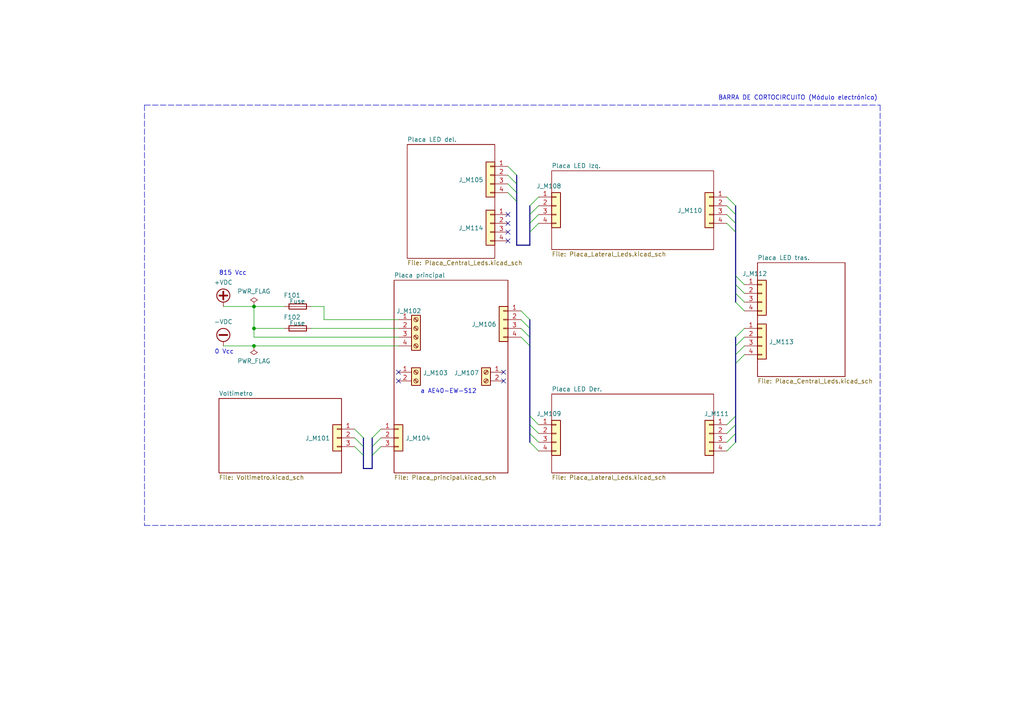
<source format=kicad_sch>
(kicad_sch (version 20211123) (generator eeschema)

  (uuid 514eaf70-ceaf-4aab-9020-a322a9292e37)

  (paper "A4")

  (title_block
    (title "Barra de Cortocircuito para 3er Riel")
    (date "2022-07-11")
    (rev "2.2")
  )

  (lib_symbols
    (symbol "Connector:Screw_Terminal_01x02" (pin_names (offset 1.016) hide) (in_bom yes) (on_board yes)
      (property "Reference" "J" (id 0) (at 0 2.54 0)
        (effects (font (size 1.27 1.27)))
      )
      (property "Value" "Screw_Terminal_01x02" (id 1) (at 0 -5.08 0)
        (effects (font (size 1.27 1.27)))
      )
      (property "Footprint" "" (id 2) (at 0 0 0)
        (effects (font (size 1.27 1.27)) hide)
      )
      (property "Datasheet" "~" (id 3) (at 0 0 0)
        (effects (font (size 1.27 1.27)) hide)
      )
      (property "ki_keywords" "screw terminal" (id 4) (at 0 0 0)
        (effects (font (size 1.27 1.27)) hide)
      )
      (property "ki_description" "Generic screw terminal, single row, 01x02, script generated (kicad-library-utils/schlib/autogen/connector/)" (id 5) (at 0 0 0)
        (effects (font (size 1.27 1.27)) hide)
      )
      (property "ki_fp_filters" "TerminalBlock*:*" (id 6) (at 0 0 0)
        (effects (font (size 1.27 1.27)) hide)
      )
      (symbol "Screw_Terminal_01x02_1_1"
        (rectangle (start -1.27 1.27) (end 1.27 -3.81)
          (stroke (width 0.254) (type default) (color 0 0 0 0))
          (fill (type background))
        )
        (circle (center 0 -2.54) (radius 0.635)
          (stroke (width 0.1524) (type default) (color 0 0 0 0))
          (fill (type none))
        )
        (polyline
          (pts
            (xy -0.5334 -2.2098)
            (xy 0.3302 -3.048)
          )
          (stroke (width 0.1524) (type default) (color 0 0 0 0))
          (fill (type none))
        )
        (polyline
          (pts
            (xy -0.5334 0.3302)
            (xy 0.3302 -0.508)
          )
          (stroke (width 0.1524) (type default) (color 0 0 0 0))
          (fill (type none))
        )
        (polyline
          (pts
            (xy -0.3556 -2.032)
            (xy 0.508 -2.8702)
          )
          (stroke (width 0.1524) (type default) (color 0 0 0 0))
          (fill (type none))
        )
        (polyline
          (pts
            (xy -0.3556 0.508)
            (xy 0.508 -0.3302)
          )
          (stroke (width 0.1524) (type default) (color 0 0 0 0))
          (fill (type none))
        )
        (circle (center 0 0) (radius 0.635)
          (stroke (width 0.1524) (type default) (color 0 0 0 0))
          (fill (type none))
        )
        (pin passive line (at -5.08 0 0) (length 3.81)
          (name "Pin_1" (effects (font (size 1.27 1.27))))
          (number "1" (effects (font (size 1.27 1.27))))
        )
        (pin passive line (at -5.08 -2.54 0) (length 3.81)
          (name "Pin_2" (effects (font (size 1.27 1.27))))
          (number "2" (effects (font (size 1.27 1.27))))
        )
      )
    )
    (symbol "Connector:Screw_Terminal_01x04" (pin_names (offset 1.016) hide) (in_bom yes) (on_board yes)
      (property "Reference" "J" (id 0) (at 0 5.08 0)
        (effects (font (size 1.27 1.27)))
      )
      (property "Value" "Screw_Terminal_01x04" (id 1) (at 0 -7.62 0)
        (effects (font (size 1.27 1.27)))
      )
      (property "Footprint" "" (id 2) (at 0 0 0)
        (effects (font (size 1.27 1.27)) hide)
      )
      (property "Datasheet" "~" (id 3) (at 0 0 0)
        (effects (font (size 1.27 1.27)) hide)
      )
      (property "ki_keywords" "screw terminal" (id 4) (at 0 0 0)
        (effects (font (size 1.27 1.27)) hide)
      )
      (property "ki_description" "Generic screw terminal, single row, 01x04, script generated (kicad-library-utils/schlib/autogen/connector/)" (id 5) (at 0 0 0)
        (effects (font (size 1.27 1.27)) hide)
      )
      (property "ki_fp_filters" "TerminalBlock*:*" (id 6) (at 0 0 0)
        (effects (font (size 1.27 1.27)) hide)
      )
      (symbol "Screw_Terminal_01x04_1_1"
        (rectangle (start -1.27 3.81) (end 1.27 -6.35)
          (stroke (width 0.254) (type default) (color 0 0 0 0))
          (fill (type background))
        )
        (circle (center 0 -5.08) (radius 0.635)
          (stroke (width 0.1524) (type default) (color 0 0 0 0))
          (fill (type none))
        )
        (circle (center 0 -2.54) (radius 0.635)
          (stroke (width 0.1524) (type default) (color 0 0 0 0))
          (fill (type none))
        )
        (polyline
          (pts
            (xy -0.5334 -4.7498)
            (xy 0.3302 -5.588)
          )
          (stroke (width 0.1524) (type default) (color 0 0 0 0))
          (fill (type none))
        )
        (polyline
          (pts
            (xy -0.5334 -2.2098)
            (xy 0.3302 -3.048)
          )
          (stroke (width 0.1524) (type default) (color 0 0 0 0))
          (fill (type none))
        )
        (polyline
          (pts
            (xy -0.5334 0.3302)
            (xy 0.3302 -0.508)
          )
          (stroke (width 0.1524) (type default) (color 0 0 0 0))
          (fill (type none))
        )
        (polyline
          (pts
            (xy -0.5334 2.8702)
            (xy 0.3302 2.032)
          )
          (stroke (width 0.1524) (type default) (color 0 0 0 0))
          (fill (type none))
        )
        (polyline
          (pts
            (xy -0.3556 -4.572)
            (xy 0.508 -5.4102)
          )
          (stroke (width 0.1524) (type default) (color 0 0 0 0))
          (fill (type none))
        )
        (polyline
          (pts
            (xy -0.3556 -2.032)
            (xy 0.508 -2.8702)
          )
          (stroke (width 0.1524) (type default) (color 0 0 0 0))
          (fill (type none))
        )
        (polyline
          (pts
            (xy -0.3556 0.508)
            (xy 0.508 -0.3302)
          )
          (stroke (width 0.1524) (type default) (color 0 0 0 0))
          (fill (type none))
        )
        (polyline
          (pts
            (xy -0.3556 3.048)
            (xy 0.508 2.2098)
          )
          (stroke (width 0.1524) (type default) (color 0 0 0 0))
          (fill (type none))
        )
        (circle (center 0 0) (radius 0.635)
          (stroke (width 0.1524) (type default) (color 0 0 0 0))
          (fill (type none))
        )
        (circle (center 0 2.54) (radius 0.635)
          (stroke (width 0.1524) (type default) (color 0 0 0 0))
          (fill (type none))
        )
        (pin passive line (at -5.08 2.54 0) (length 3.81)
          (name "Pin_1" (effects (font (size 1.27 1.27))))
          (number "1" (effects (font (size 1.27 1.27))))
        )
        (pin passive line (at -5.08 0 0) (length 3.81)
          (name "Pin_2" (effects (font (size 1.27 1.27))))
          (number "2" (effects (font (size 1.27 1.27))))
        )
        (pin passive line (at -5.08 -2.54 0) (length 3.81)
          (name "Pin_3" (effects (font (size 1.27 1.27))))
          (number "3" (effects (font (size 1.27 1.27))))
        )
        (pin passive line (at -5.08 -5.08 0) (length 3.81)
          (name "Pin_4" (effects (font (size 1.27 1.27))))
          (number "4" (effects (font (size 1.27 1.27))))
        )
      )
    )
    (symbol "Connector_Generic:Conn_01x03" (pin_names (offset 1.016) hide) (in_bom yes) (on_board yes)
      (property "Reference" "J" (id 0) (at 0 5.08 0)
        (effects (font (size 1.27 1.27)))
      )
      (property "Value" "Conn_01x03" (id 1) (at 0 -5.08 0)
        (effects (font (size 1.27 1.27)))
      )
      (property "Footprint" "" (id 2) (at 0 0 0)
        (effects (font (size 1.27 1.27)) hide)
      )
      (property "Datasheet" "~" (id 3) (at 0 0 0)
        (effects (font (size 1.27 1.27)) hide)
      )
      (property "ki_keywords" "connector" (id 4) (at 0 0 0)
        (effects (font (size 1.27 1.27)) hide)
      )
      (property "ki_description" "Generic connector, single row, 01x03, script generated (kicad-library-utils/schlib/autogen/connector/)" (id 5) (at 0 0 0)
        (effects (font (size 1.27 1.27)) hide)
      )
      (property "ki_fp_filters" "Connector*:*_1x??_*" (id 6) (at 0 0 0)
        (effects (font (size 1.27 1.27)) hide)
      )
      (symbol "Conn_01x03_1_1"
        (rectangle (start -1.27 -2.413) (end 0 -2.667)
          (stroke (width 0.1524) (type default) (color 0 0 0 0))
          (fill (type none))
        )
        (rectangle (start -1.27 0.127) (end 0 -0.127)
          (stroke (width 0.1524) (type default) (color 0 0 0 0))
          (fill (type none))
        )
        (rectangle (start -1.27 2.667) (end 0 2.413)
          (stroke (width 0.1524) (type default) (color 0 0 0 0))
          (fill (type none))
        )
        (rectangle (start -1.27 3.81) (end 1.27 -3.81)
          (stroke (width 0.254) (type default) (color 0 0 0 0))
          (fill (type background))
        )
        (pin passive line (at -5.08 2.54 0) (length 3.81)
          (name "Pin_1" (effects (font (size 1.27 1.27))))
          (number "1" (effects (font (size 1.27 1.27))))
        )
        (pin passive line (at -5.08 0 0) (length 3.81)
          (name "Pin_2" (effects (font (size 1.27 1.27))))
          (number "2" (effects (font (size 1.27 1.27))))
        )
        (pin passive line (at -5.08 -2.54 0) (length 3.81)
          (name "Pin_3" (effects (font (size 1.27 1.27))))
          (number "3" (effects (font (size 1.27 1.27))))
        )
      )
    )
    (symbol "Connector_Generic:Conn_01x04" (pin_names (offset 1.016) hide) (in_bom yes) (on_board yes)
      (property "Reference" "J" (id 0) (at 0 5.08 0)
        (effects (font (size 1.27 1.27)))
      )
      (property "Value" "Conn_01x04" (id 1) (at 0 -7.62 0)
        (effects (font (size 1.27 1.27)))
      )
      (property "Footprint" "" (id 2) (at 0 0 0)
        (effects (font (size 1.27 1.27)) hide)
      )
      (property "Datasheet" "~" (id 3) (at 0 0 0)
        (effects (font (size 1.27 1.27)) hide)
      )
      (property "ki_keywords" "connector" (id 4) (at 0 0 0)
        (effects (font (size 1.27 1.27)) hide)
      )
      (property "ki_description" "Generic connector, single row, 01x04, script generated (kicad-library-utils/schlib/autogen/connector/)" (id 5) (at 0 0 0)
        (effects (font (size 1.27 1.27)) hide)
      )
      (property "ki_fp_filters" "Connector*:*_1x??_*" (id 6) (at 0 0 0)
        (effects (font (size 1.27 1.27)) hide)
      )
      (symbol "Conn_01x04_1_1"
        (rectangle (start -1.27 -4.953) (end 0 -5.207)
          (stroke (width 0.1524) (type default) (color 0 0 0 0))
          (fill (type none))
        )
        (rectangle (start -1.27 -2.413) (end 0 -2.667)
          (stroke (width 0.1524) (type default) (color 0 0 0 0))
          (fill (type none))
        )
        (rectangle (start -1.27 0.127) (end 0 -0.127)
          (stroke (width 0.1524) (type default) (color 0 0 0 0))
          (fill (type none))
        )
        (rectangle (start -1.27 2.667) (end 0 2.413)
          (stroke (width 0.1524) (type default) (color 0 0 0 0))
          (fill (type none))
        )
        (rectangle (start -1.27 3.81) (end 1.27 -6.35)
          (stroke (width 0.254) (type default) (color 0 0 0 0))
          (fill (type background))
        )
        (pin passive line (at -5.08 2.54 0) (length 3.81)
          (name "Pin_1" (effects (font (size 1.27 1.27))))
          (number "1" (effects (font (size 1.27 1.27))))
        )
        (pin passive line (at -5.08 0 0) (length 3.81)
          (name "Pin_2" (effects (font (size 1.27 1.27))))
          (number "2" (effects (font (size 1.27 1.27))))
        )
        (pin passive line (at -5.08 -2.54 0) (length 3.81)
          (name "Pin_3" (effects (font (size 1.27 1.27))))
          (number "3" (effects (font (size 1.27 1.27))))
        )
        (pin passive line (at -5.08 -5.08 0) (length 3.81)
          (name "Pin_4" (effects (font (size 1.27 1.27))))
          (number "4" (effects (font (size 1.27 1.27))))
        )
      )
    )
    (symbol "Device:Fuse" (pin_numbers hide) (pin_names (offset 0)) (in_bom yes) (on_board yes)
      (property "Reference" "F" (id 0) (at 2.032 0 90)
        (effects (font (size 1.27 1.27)))
      )
      (property "Value" "Fuse" (id 1) (at -1.905 0 90)
        (effects (font (size 1.27 1.27)))
      )
      (property "Footprint" "" (id 2) (at -1.778 0 90)
        (effects (font (size 1.27 1.27)) hide)
      )
      (property "Datasheet" "~" (id 3) (at 0 0 0)
        (effects (font (size 1.27 1.27)) hide)
      )
      (property "ki_keywords" "fuse" (id 4) (at 0 0 0)
        (effects (font (size 1.27 1.27)) hide)
      )
      (property "ki_description" "Fuse" (id 5) (at 0 0 0)
        (effects (font (size 1.27 1.27)) hide)
      )
      (property "ki_fp_filters" "*Fuse*" (id 6) (at 0 0 0)
        (effects (font (size 1.27 1.27)) hide)
      )
      (symbol "Fuse_0_1"
        (rectangle (start -0.762 -2.54) (end 0.762 2.54)
          (stroke (width 0.254) (type default) (color 0 0 0 0))
          (fill (type none))
        )
        (polyline
          (pts
            (xy 0 2.54)
            (xy 0 -2.54)
          )
          (stroke (width 0) (type default) (color 0 0 0 0))
          (fill (type none))
        )
      )
      (symbol "Fuse_1_1"
        (pin passive line (at 0 3.81 270) (length 1.27)
          (name "~" (effects (font (size 1.27 1.27))))
          (number "1" (effects (font (size 1.27 1.27))))
        )
        (pin passive line (at 0 -3.81 90) (length 1.27)
          (name "~" (effects (font (size 1.27 1.27))))
          (number "2" (effects (font (size 1.27 1.27))))
        )
      )
    )
    (symbol "power:+VDC" (power) (pin_names (offset 0)) (in_bom yes) (on_board yes)
      (property "Reference" "#PWR" (id 0) (at 0 -2.54 0)
        (effects (font (size 1.27 1.27)) hide)
      )
      (property "Value" "+VDC" (id 1) (at 0 6.35 0)
        (effects (font (size 1.27 1.27)))
      )
      (property "Footprint" "" (id 2) (at 0 0 0)
        (effects (font (size 1.27 1.27)) hide)
      )
      (property "Datasheet" "" (id 3) (at 0 0 0)
        (effects (font (size 1.27 1.27)) hide)
      )
      (property "ki_keywords" "power-flag" (id 4) (at 0 0 0)
        (effects (font (size 1.27 1.27)) hide)
      )
      (property "ki_description" "Power symbol creates a global label with name \"+VDC\"" (id 5) (at 0 0 0)
        (effects (font (size 1.27 1.27)) hide)
      )
      (symbol "+VDC_0_1"
        (polyline
          (pts
            (xy -1.143 3.175)
            (xy 1.143 3.175)
          )
          (stroke (width 0.508) (type default) (color 0 0 0 0))
          (fill (type none))
        )
        (polyline
          (pts
            (xy 0 0)
            (xy 0 1.27)
          )
          (stroke (width 0) (type default) (color 0 0 0 0))
          (fill (type none))
        )
        (polyline
          (pts
            (xy 0 2.032)
            (xy 0 4.318)
          )
          (stroke (width 0.508) (type default) (color 0 0 0 0))
          (fill (type none))
        )
        (circle (center 0 3.175) (radius 1.905)
          (stroke (width 0.254) (type default) (color 0 0 0 0))
          (fill (type none))
        )
      )
      (symbol "+VDC_1_1"
        (pin power_in line (at 0 0 90) (length 0) hide
          (name "+VDC" (effects (font (size 1.27 1.27))))
          (number "1" (effects (font (size 1.27 1.27))))
        )
      )
    )
    (symbol "power:-VDC" (power) (pin_names (offset 0)) (in_bom yes) (on_board yes)
      (property "Reference" "#PWR" (id 0) (at 0 -2.54 0)
        (effects (font (size 1.27 1.27)) hide)
      )
      (property "Value" "-VDC" (id 1) (at 0 6.35 0)
        (effects (font (size 1.27 1.27)))
      )
      (property "Footprint" "" (id 2) (at 0 0 0)
        (effects (font (size 1.27 1.27)) hide)
      )
      (property "Datasheet" "" (id 3) (at 0 0 0)
        (effects (font (size 1.27 1.27)) hide)
      )
      (property "ki_keywords" "power-flag" (id 4) (at 0 0 0)
        (effects (font (size 1.27 1.27)) hide)
      )
      (property "ki_description" "Power symbol creates a global label with name \"-VDC\"" (id 5) (at 0 0 0)
        (effects (font (size 1.27 1.27)) hide)
      )
      (symbol "-VDC_0_1"
        (polyline
          (pts
            (xy -1.143 3.175)
            (xy 1.143 3.175)
          )
          (stroke (width 0.508) (type default) (color 0 0 0 0))
          (fill (type none))
        )
        (polyline
          (pts
            (xy 0 0)
            (xy 0 1.27)
          )
          (stroke (width 0) (type default) (color 0 0 0 0))
          (fill (type none))
        )
        (circle (center 0 3.175) (radius 1.905)
          (stroke (width 0.254) (type default) (color 0 0 0 0))
          (fill (type none))
        )
      )
      (symbol "-VDC_1_1"
        (pin power_in line (at 0 0 90) (length 0) hide
          (name "-VDC" (effects (font (size 1.27 1.27))))
          (number "1" (effects (font (size 1.27 1.27))))
        )
      )
    )
    (symbol "power:PWR_FLAG" (power) (pin_numbers hide) (pin_names (offset 0) hide) (in_bom yes) (on_board yes)
      (property "Reference" "#FLG" (id 0) (at 0 1.905 0)
        (effects (font (size 1.27 1.27)) hide)
      )
      (property "Value" "PWR_FLAG" (id 1) (at 0 3.81 0)
        (effects (font (size 1.27 1.27)))
      )
      (property "Footprint" "" (id 2) (at 0 0 0)
        (effects (font (size 1.27 1.27)) hide)
      )
      (property "Datasheet" "~" (id 3) (at 0 0 0)
        (effects (font (size 1.27 1.27)) hide)
      )
      (property "ki_keywords" "power-flag" (id 4) (at 0 0 0)
        (effects (font (size 1.27 1.27)) hide)
      )
      (property "ki_description" "Special symbol for telling ERC where power comes from" (id 5) (at 0 0 0)
        (effects (font (size 1.27 1.27)) hide)
      )
      (symbol "PWR_FLAG_0_0"
        (pin power_out line (at 0 0 90) (length 0)
          (name "pwr" (effects (font (size 1.27 1.27))))
          (number "1" (effects (font (size 1.27 1.27))))
        )
      )
      (symbol "PWR_FLAG_0_1"
        (polyline
          (pts
            (xy 0 0)
            (xy 0 1.27)
            (xy -1.016 1.905)
            (xy 0 2.54)
            (xy 1.016 1.905)
            (xy 0 1.27)
          )
          (stroke (width 0) (type default) (color 0 0 0 0))
          (fill (type none))
        )
      )
    )
  )

  (junction (at 73.66 95.25) (diameter 0) (color 0 0 0 0)
    (uuid 1059e8fb-66bb-43f5-98fe-5fd9ac7ec28f)
  )
  (junction (at 73.66 88.9) (diameter 0) (color 0 0 0 0)
    (uuid 3ee9c9dd-748b-49da-9f1f-87db17a098d9)
  )
  (junction (at 73.66 100.33) (diameter 0) (color 0 0 0 0)
    (uuid e64862e2-6846-42f8-ab41-f46e8c3d0cc1)
  )

  (no_connect (at 146.05 107.95) (uuid 425a0b69-f29d-4bd1-b000-a82d98a34d3b))
  (no_connect (at 146.05 110.49) (uuid 66d18dfd-dc03-4ee0-b224-819324086f8e))
  (no_connect (at 147.32 62.23) (uuid 83a8c144-48b2-4ddd-a60f-8b6eb3aa643d))
  (no_connect (at 147.32 64.77) (uuid 83a8c144-48b2-4ddd-a60f-8b6eb3aa643e))
  (no_connect (at 147.32 67.31) (uuid 83a8c144-48b2-4ddd-a60f-8b6eb3aa643f))
  (no_connect (at 147.32 69.85) (uuid 83a8c144-48b2-4ddd-a60f-8b6eb3aa6440))
  (no_connect (at 115.57 107.95) (uuid 93f96d8b-fd9d-4d49-9f3e-02aff978fdcf))
  (no_connect (at 115.57 110.49) (uuid ca7b3206-f8d9-4928-8c74-a15c471e096f))

  (bus_entry (at 215.9 82.55) (size -2.54 -2.54)
    (stroke (width 0) (type default) (color 0 0 0 0))
    (uuid 02dad013-998e-4852-8271-f0122b56e4e7)
  )
  (bus_entry (at 210.82 57.15) (size 2.54 2.54)
    (stroke (width 0) (type default) (color 0 0 0 0))
    (uuid 02dad013-998e-4852-8271-f0122b56e4e8)
  )
  (bus_entry (at 210.82 59.69) (size 2.54 2.54)
    (stroke (width 0) (type default) (color 0 0 0 0))
    (uuid 02dad013-998e-4852-8271-f0122b56e4e9)
  )
  (bus_entry (at 215.9 90.17) (size -2.54 -2.54)
    (stroke (width 0) (type default) (color 0 0 0 0))
    (uuid 02dad013-998e-4852-8271-f0122b56e4ea)
  )
  (bus_entry (at 215.9 85.09) (size -2.54 -2.54)
    (stroke (width 0) (type default) (color 0 0 0 0))
    (uuid 02dad013-998e-4852-8271-f0122b56e4eb)
  )
  (bus_entry (at 215.9 87.63) (size -2.54 -2.54)
    (stroke (width 0) (type default) (color 0 0 0 0))
    (uuid 02dad013-998e-4852-8271-f0122b56e4ec)
  )
  (bus_entry (at 210.82 64.77) (size 2.54 2.54)
    (stroke (width 0) (type default) (color 0 0 0 0))
    (uuid 02dad013-998e-4852-8271-f0122b56e4ed)
  )
  (bus_entry (at 210.82 62.23) (size 2.54 2.54)
    (stroke (width 0) (type default) (color 0 0 0 0))
    (uuid 02dad013-998e-4852-8271-f0122b56e4ee)
  )
  (bus_entry (at 210.82 130.81) (size 2.54 -2.54)
    (stroke (width 0) (type default) (color 0 0 0 0))
    (uuid 0ce91c01-4bab-4a2b-a1b2-5198b6e98caa)
  )
  (bus_entry (at 210.82 125.73) (size 2.54 -2.54)
    (stroke (width 0) (type default) (color 0 0 0 0))
    (uuid 0ce91c01-4bab-4a2b-a1b2-5198b6e98cab)
  )
  (bus_entry (at 210.82 128.27) (size 2.54 -2.54)
    (stroke (width 0) (type default) (color 0 0 0 0))
    (uuid 0ce91c01-4bab-4a2b-a1b2-5198b6e98cac)
  )
  (bus_entry (at 210.82 123.19) (size 2.54 -2.54)
    (stroke (width 0) (type default) (color 0 0 0 0))
    (uuid 0ce91c01-4bab-4a2b-a1b2-5198b6e98cad)
  )
  (bus_entry (at 215.9 100.33) (size -2.54 2.54)
    (stroke (width 0) (type default) (color 0 0 0 0))
    (uuid 1aec77a1-9f24-4930-9de9-17948101bdfe)
  )
  (bus_entry (at 215.9 102.87) (size -2.54 2.54)
    (stroke (width 0) (type default) (color 0 0 0 0))
    (uuid 1aec77a1-9f24-4930-9de9-17948101bdff)
  )
  (bus_entry (at 215.9 97.79) (size -2.54 2.54)
    (stroke (width 0) (type default) (color 0 0 0 0))
    (uuid 1aec77a1-9f24-4930-9de9-17948101be00)
  )
  (bus_entry (at 215.9 95.25) (size -2.54 2.54)
    (stroke (width 0) (type default) (color 0 0 0 0))
    (uuid 1aec77a1-9f24-4930-9de9-17948101be01)
  )
  (bus_entry (at 156.21 59.69) (size -2.54 2.54)
    (stroke (width 0) (type default) (color 0 0 0 0))
    (uuid 3ff0ffea-c6d8-41ca-b699-5b0a48f0c777)
  )
  (bus_entry (at 156.21 57.15) (size -2.54 2.54)
    (stroke (width 0) (type default) (color 0 0 0 0))
    (uuid 3ff0ffea-c6d8-41ca-b699-5b0a48f0c778)
  )
  (bus_entry (at 156.21 62.23) (size -2.54 2.54)
    (stroke (width 0) (type default) (color 0 0 0 0))
    (uuid 3ff0ffea-c6d8-41ca-b699-5b0a48f0c779)
  )
  (bus_entry (at 156.21 64.77) (size -2.54 2.54)
    (stroke (width 0) (type default) (color 0 0 0 0))
    (uuid 3ff0ffea-c6d8-41ca-b699-5b0a48f0c77a)
  )
  (bus_entry (at 147.32 48.26) (size 2.54 2.54)
    (stroke (width 0) (type default) (color 0 0 0 0))
    (uuid 3ff0ffea-c6d8-41ca-b699-5b0a48f0c77b)
  )
  (bus_entry (at 147.32 50.8) (size 2.54 2.54)
    (stroke (width 0) (type default) (color 0 0 0 0))
    (uuid 3ff0ffea-c6d8-41ca-b699-5b0a48f0c77c)
  )
  (bus_entry (at 147.32 53.34) (size 2.54 2.54)
    (stroke (width 0) (type default) (color 0 0 0 0))
    (uuid 3ff0ffea-c6d8-41ca-b699-5b0a48f0c77d)
  )
  (bus_entry (at 147.32 55.88) (size 2.54 2.54)
    (stroke (width 0) (type default) (color 0 0 0 0))
    (uuid 3ff0ffea-c6d8-41ca-b699-5b0a48f0c77e)
  )
  (bus_entry (at 110.49 124.46) (size -2.54 2.54)
    (stroke (width 0) (type default) (color 0 0 0 0))
    (uuid 4a7d4310-4fe3-4227-86ba-d11748b5cba7)
  )
  (bus_entry (at 102.87 127) (size 2.54 2.54)
    (stroke (width 0) (type default) (color 0 0 0 0))
    (uuid 4a7d4310-4fe3-4227-86ba-d11748b5cba8)
  )
  (bus_entry (at 102.87 124.46) (size 2.54 2.54)
    (stroke (width 0) (type default) (color 0 0 0 0))
    (uuid 4a7d4310-4fe3-4227-86ba-d11748b5cba9)
  )
  (bus_entry (at 110.49 127) (size -2.54 2.54)
    (stroke (width 0) (type default) (color 0 0 0 0))
    (uuid 4a7d4310-4fe3-4227-86ba-d11748b5cbaa)
  )
  (bus_entry (at 110.49 129.54) (size -2.54 2.54)
    (stroke (width 0) (type default) (color 0 0 0 0))
    (uuid 4a7d4310-4fe3-4227-86ba-d11748b5cbab)
  )
  (bus_entry (at 102.87 129.54) (size 2.54 2.54)
    (stroke (width 0) (type default) (color 0 0 0 0))
    (uuid 4a7d4310-4fe3-4227-86ba-d11748b5cbac)
  )
  (bus_entry (at 153.67 120.65) (size 2.54 2.54)
    (stroke (width 0) (type default) (color 0 0 0 0))
    (uuid 68daece1-a137-411d-a60a-6cada976671a)
  )
  (bus_entry (at 153.67 123.19) (size 2.54 2.54)
    (stroke (width 0) (type default) (color 0 0 0 0))
    (uuid 68daece1-a137-411d-a60a-6cada976671b)
  )
  (bus_entry (at 153.67 125.73) (size 2.54 2.54)
    (stroke (width 0) (type default) (color 0 0 0 0))
    (uuid 68daece1-a137-411d-a60a-6cada976671c)
  )
  (bus_entry (at 153.67 128.27) (size 2.54 2.54)
    (stroke (width 0) (type default) (color 0 0 0 0))
    (uuid 68daece1-a137-411d-a60a-6cada976671d)
  )
  (bus_entry (at 151.13 92.71) (size 2.54 2.54)
    (stroke (width 0) (type default) (color 0 0 0 0))
    (uuid a605c701-aa65-403b-83be-410ecce24a2c)
  )
  (bus_entry (at 151.13 90.17) (size 2.54 2.54)
    (stroke (width 0) (type default) (color 0 0 0 0))
    (uuid a605c701-aa65-403b-83be-410ecce24a2d)
  )
  (bus_entry (at 151.13 95.25) (size 2.54 2.54)
    (stroke (width 0) (type default) (color 0 0 0 0))
    (uuid a605c701-aa65-403b-83be-410ecce24a2e)
  )
  (bus_entry (at 151.13 97.79) (size 2.54 2.54)
    (stroke (width 0) (type default) (color 0 0 0 0))
    (uuid a605c701-aa65-403b-83be-410ecce24a2f)
  )

  (bus (pts (xy 149.86 53.34) (xy 149.86 55.88))
    (stroke (width 0) (type default) (color 0 0 0 0))
    (uuid 0577f58e-71ed-4e1f-8d38-5fbbf9ace0b1)
  )

  (wire (pts (xy 73.66 97.79) (xy 115.57 97.79))
    (stroke (width 0) (type default) (color 0 0 0 0))
    (uuid 0662ef06-3089-497d-95a7-08df2bc55c88)
  )
  (wire (pts (xy 73.66 95.25) (xy 82.55 95.25))
    (stroke (width 0) (type default) (color 0 0 0 0))
    (uuid 06c600b9-d8a8-42b8-afc3-868ce2e2bfbf)
  )
  (bus (pts (xy 153.67 62.23) (xy 153.67 64.77))
    (stroke (width 0) (type default) (color 0 0 0 0))
    (uuid 0fd4f807-8b0e-4f08-b0d9-5e5573b112cb)
  )
  (bus (pts (xy 213.36 67.31) (xy 213.36 80.01))
    (stroke (width 0) (type default) (color 0 0 0 0))
    (uuid 1424b97b-0ad0-4864-8ad5-a95fc61d48be)
  )
  (bus (pts (xy 105.41 127) (xy 105.41 129.54))
    (stroke (width 0) (type default) (color 0 0 0 0))
    (uuid 1654ac46-8b4e-4b4a-a664-5402b44b5463)
  )
  (bus (pts (xy 105.41 132.08) (xy 105.41 135.89))
    (stroke (width 0) (type default) (color 0 0 0 0))
    (uuid 1a414eac-1633-4990-bc4e-884507435374)
  )

  (wire (pts (xy 73.66 97.79) (xy 73.66 95.25))
    (stroke (width 0) (type default) (color 0 0 0 0))
    (uuid 1c499afd-2ff8-4f96-8055-a243c339f3c7)
  )
  (bus (pts (xy 105.41 135.89) (xy 107.95 135.89))
    (stroke (width 0) (type default) (color 0 0 0 0))
    (uuid 1ca41db6-51be-43f1-b13c-f5c826f17341)
  )

  (polyline (pts (xy 41.91 152.4) (xy 255.27 152.4))
    (stroke (width 0) (type default) (color 0 0 0 0))
    (uuid 2606e9eb-0557-43ac-8ffc-dbf9ad94653f)
  )

  (wire (pts (xy 73.66 88.9) (xy 82.55 88.9))
    (stroke (width 0) (type default) (color 0 0 0 0))
    (uuid 2d17853d-7b89-49d6-a8aa-8179211228b2)
  )
  (bus (pts (xy 153.67 59.69) (xy 153.67 62.23))
    (stroke (width 0) (type default) (color 0 0 0 0))
    (uuid 2d5ba62c-c3fe-4fc3-b674-5b6778e467a6)
  )
  (bus (pts (xy 213.36 59.69) (xy 213.36 62.23))
    (stroke (width 0) (type default) (color 0 0 0 0))
    (uuid 3648eaee-c47c-47f9-9abf-f63468ac4690)
  )

  (polyline (pts (xy 255.27 30.48) (xy 255.27 152.4))
    (stroke (width 0) (type default) (color 0 0 0 0))
    (uuid 4c3dd068-5a7a-4b19-9ed2-1e7834d65279)
  )

  (bus (pts (xy 213.36 125.73) (xy 213.36 128.27))
    (stroke (width 0) (type default) (color 0 0 0 0))
    (uuid 526e48f8-e060-466c-b4cb-7d7cc7574613)
  )
  (bus (pts (xy 213.36 123.19) (xy 213.36 125.73))
    (stroke (width 0) (type default) (color 0 0 0 0))
    (uuid 56cd4f8f-2f20-40a3-952b-7adcf879a4fd)
  )
  (bus (pts (xy 153.67 97.79) (xy 153.67 100.33))
    (stroke (width 0) (type default) (color 0 0 0 0))
    (uuid 5b0f6720-57dd-4a9c-ad2b-30daaa502fef)
  )
  (bus (pts (xy 153.67 100.33) (xy 153.67 120.65))
    (stroke (width 0) (type default) (color 0 0 0 0))
    (uuid 5cefcebc-61b7-43d2-ad6f-4502458b485f)
  )
  (bus (pts (xy 153.67 123.19) (xy 153.67 125.73))
    (stroke (width 0) (type default) (color 0 0 0 0))
    (uuid 64d49d3d-91eb-4b12-9ff3-771fef94f474)
  )
  (bus (pts (xy 153.67 64.77) (xy 153.67 67.31))
    (stroke (width 0) (type default) (color 0 0 0 0))
    (uuid 702281e8-4a92-4849-aa29-d6d42df1c6e8)
  )

  (wire (pts (xy 93.98 88.9) (xy 93.98 92.71))
    (stroke (width 0) (type default) (color 0 0 0 0))
    (uuid 72124204-9f4a-4a0a-8afb-5dd24942b312)
  )
  (bus (pts (xy 213.36 80.01) (xy 213.36 82.55))
    (stroke (width 0) (type default) (color 0 0 0 0))
    (uuid 7f392b0d-6b3a-4463-9858-b13dbd91726b)
  )
  (bus (pts (xy 213.36 100.33) (xy 213.36 102.87))
    (stroke (width 0) (type default) (color 0 0 0 0))
    (uuid 7f74fbce-e292-43ef-a286-25e04a458128)
  )
  (bus (pts (xy 153.67 67.31) (xy 153.67 71.12))
    (stroke (width 0) (type default) (color 0 0 0 0))
    (uuid 7fe55bcd-6f68-48b7-bb9e-d25d5c7b73bc)
  )
  (bus (pts (xy 213.36 64.77) (xy 213.36 67.31))
    (stroke (width 0) (type default) (color 0 0 0 0))
    (uuid 86869e00-6b94-45c4-9986-667e82a8a51e)
  )

  (wire (pts (xy 64.77 88.9) (xy 73.66 88.9))
    (stroke (width 0) (type default) (color 0 0 0 0))
    (uuid 88863754-ac44-448e-9168-a2f00b94a303)
  )
  (bus (pts (xy 213.36 85.09) (xy 213.36 87.63))
    (stroke (width 0) (type default) (color 0 0 0 0))
    (uuid 8cc14342-9204-4ea4-8bcf-8197cadc0582)
  )
  (bus (pts (xy 107.95 132.08) (xy 107.95 135.89))
    (stroke (width 0) (type default) (color 0 0 0 0))
    (uuid 915bef32-580b-4bce-9f82-adb260cbd745)
  )
  (bus (pts (xy 149.86 50.8) (xy 149.86 53.34))
    (stroke (width 0) (type default) (color 0 0 0 0))
    (uuid 93d160d8-5a88-4e2c-9285-93e38594e1e8)
  )
  (bus (pts (xy 107.95 127) (xy 107.95 129.54))
    (stroke (width 0) (type default) (color 0 0 0 0))
    (uuid 9727db85-21ee-487a-8b30-954c44c28b90)
  )
  (bus (pts (xy 213.36 105.41) (xy 213.36 120.65))
    (stroke (width 0) (type default) (color 0 0 0 0))
    (uuid 972aa277-467e-4b4e-a9a6-0cc206c514c4)
  )
  (bus (pts (xy 153.67 120.65) (xy 153.67 123.19))
    (stroke (width 0) (type default) (color 0 0 0 0))
    (uuid 99db3b4e-1b45-4bdb-8a96-5962ffe10c3c)
  )
  (bus (pts (xy 213.36 62.23) (xy 213.36 64.77))
    (stroke (width 0) (type default) (color 0 0 0 0))
    (uuid 9ef15bac-14f3-4395-b196-bd7292ed0af6)
  )
  (bus (pts (xy 153.67 71.12) (xy 149.86 71.12))
    (stroke (width 0) (type default) (color 0 0 0 0))
    (uuid b1d9c05d-3fe5-4df5-b3ce-02214a488002)
  )
  (bus (pts (xy 213.36 97.79) (xy 213.36 100.33))
    (stroke (width 0) (type default) (color 0 0 0 0))
    (uuid b35d6593-4c84-486a-a069-f5920c3411f8)
  )

  (wire (pts (xy 93.98 92.71) (xy 115.57 92.71))
    (stroke (width 0) (type default) (color 0 0 0 0))
    (uuid bd20bdd7-449f-40ca-bc85-3c370decb805)
  )
  (bus (pts (xy 153.67 125.73) (xy 153.67 128.27))
    (stroke (width 0) (type default) (color 0 0 0 0))
    (uuid bdb85cd2-700a-49c6-851f-c59f4dbf3465)
  )
  (bus (pts (xy 213.36 82.55) (xy 213.36 85.09))
    (stroke (width 0) (type default) (color 0 0 0 0))
    (uuid bebcfc48-f37a-4098-a3b2-5aadeb56885b)
  )
  (bus (pts (xy 149.86 55.88) (xy 149.86 58.42))
    (stroke (width 0) (type default) (color 0 0 0 0))
    (uuid c08de935-26a0-43b4-bd78-58ccf376ffa3)
  )

  (wire (pts (xy 73.66 100.33) (xy 115.57 100.33))
    (stroke (width 0) (type default) (color 0 0 0 0))
    (uuid c1a8764b-a607-4ac5-9ee8-f7827d7cf347)
  )
  (polyline (pts (xy 41.91 30.48) (xy 255.27 30.48))
    (stroke (width 0) (type default) (color 0 0 0 0))
    (uuid dd66ed23-ff7a-47bf-9c51-e53ce06bf3ba)
  )

  (bus (pts (xy 153.67 92.71) (xy 153.67 95.25))
    (stroke (width 0) (type default) (color 0 0 0 0))
    (uuid df96d827-e7cc-4134-bcc0-792f57c1c08e)
  )
  (bus (pts (xy 149.86 58.42) (xy 149.86 71.12))
    (stroke (width 0) (type default) (color 0 0 0 0))
    (uuid e4f22ff1-223d-48eb-87f3-eb32c56c80b9)
  )
  (bus (pts (xy 213.36 102.87) (xy 213.36 105.41))
    (stroke (width 0) (type default) (color 0 0 0 0))
    (uuid e51c3dcd-1cbf-4c62-940e-171b711de12e)
  )
  (bus (pts (xy 213.36 120.65) (xy 213.36 123.19))
    (stroke (width 0) (type default) (color 0 0 0 0))
    (uuid e7a7c22b-4256-45a3-b39d-929636b1037f)
  )
  (bus (pts (xy 105.41 129.54) (xy 105.41 132.08))
    (stroke (width 0) (type default) (color 0 0 0 0))
    (uuid ec0c98e1-4bb7-40e3-9219-9f2038b48965)
  )

  (wire (pts (xy 90.17 88.9) (xy 93.98 88.9))
    (stroke (width 0) (type default) (color 0 0 0 0))
    (uuid f0c8c2f8-ade7-46b8-b082-01d33ccffa9c)
  )
  (bus (pts (xy 153.67 95.25) (xy 153.67 97.79))
    (stroke (width 0) (type default) (color 0 0 0 0))
    (uuid f0fdde98-ac02-4632-a024-6074e5fd3df8)
  )

  (wire (pts (xy 73.66 95.25) (xy 73.66 88.9))
    (stroke (width 0) (type default) (color 0 0 0 0))
    (uuid f20db491-ef6e-4ef9-90fd-c2597590ae28)
  )
  (wire (pts (xy 90.17 95.25) (xy 115.57 95.25))
    (stroke (width 0) (type default) (color 0 0 0 0))
    (uuid f563ee4b-d7a6-4cb5-90a4-accdd6fc1e26)
  )
  (bus (pts (xy 107.95 129.54) (xy 107.95 132.08))
    (stroke (width 0) (type default) (color 0 0 0 0))
    (uuid f906cdcd-7015-4b52-8c0c-43c3f91b90ab)
  )

  (polyline (pts (xy 41.91 30.48) (xy 41.91 152.4))
    (stroke (width 0) (type default) (color 0 0 0 0))
    (uuid fc66f4b1-cae6-4dc3-a08e-eb1f1e8d9d9b)
  )

  (wire (pts (xy 64.77 100.33) (xy 73.66 100.33))
    (stroke (width 0) (type default) (color 0 0 0 0))
    (uuid fedafe60-bc27-4942-9e5a-45c1dfefbb81)
  )

  (text "BARRA DE CORTOCIRCUITO (Módulo electrónico)" (at 208.28 29.21 0)
    (effects (font (size 1.27 1.27)) (justify left bottom))
    (uuid 59fa6fab-c28c-4118-8d2f-eb9b4a24b149)
  )
  (text "815 Vcc" (at 63.5 80.01 0)
    (effects (font (size 1.27 1.27)) (justify left bottom))
    (uuid 7a3a7299-fa35-42e0-b2ba-58e80d721644)
  )
  (text "a AE40-EW-S12" (at 121.92 114.3 0)
    (effects (font (size 1.27 1.27)) (justify left bottom))
    (uuid 9fe55a12-e5f8-47a3-9e2b-2f76157b2129)
  )
  (text "0 Vcc" (at 62.23 102.87 0)
    (effects (font (size 1.27 1.27)) (justify left bottom))
    (uuid b0f813ad-de14-4b12-bef8-c351cb3ce5c1)
  )

  (symbol (lib_id "Device:Fuse") (at 86.36 88.9 90) (unit 1)
    (in_bom yes) (on_board yes)
    (uuid 00000000-0000-0000-0000-000061cde6b4)
    (property "Reference" "F101" (id 0) (at 87.1982 86.3854 90)
      (effects (font (size 1.27 1.27)) (justify left top))
    )
    (property "Value" "Fuse" (id 1) (at 88.519 87.376 90)
      (effects (font (size 1.27 1.27)) (justify left))
    )
    (property "Footprint" "" (id 2) (at 86.36 90.678 90)
      (effects (font (size 1.27 1.27)) hide)
    )
    (property "Datasheet" "~" (id 3) (at 86.36 88.9 0)
      (effects (font (size 1.27 1.27)) hide)
    )
    (pin "1" (uuid 35ebd867-3914-4a49-b9eb-e6fff42dbf4c))
    (pin "2" (uuid c29c9232-19ca-4871-a3aa-25caf9072017))
  )

  (symbol (lib_id "Device:Fuse") (at 86.36 95.25 90) (unit 1)
    (in_bom yes) (on_board yes)
    (uuid 00000000-0000-0000-0000-000061ceca26)
    (property "Reference" "F102" (id 0) (at 87.1982 92.7354 90)
      (effects (font (size 1.27 1.27)) (justify left top))
    )
    (property "Value" "Fuse" (id 1) (at 88.519 93.726 90)
      (effects (font (size 1.27 1.27)) (justify left))
    )
    (property "Footprint" "" (id 2) (at 86.36 97.028 90)
      (effects (font (size 1.27 1.27)) hide)
    )
    (property "Datasheet" "~" (id 3) (at 86.36 95.25 0)
      (effects (font (size 1.27 1.27)) hide)
    )
    (pin "1" (uuid 2f801424-b4be-40b2-9fc7-6767ef949165))
    (pin "2" (uuid 46c30883-13d4-4cd3-ad41-e2774bf70a66))
  )

  (symbol (lib_id "Connector:Screw_Terminal_01x04") (at 120.65 95.25 0) (unit 1)
    (in_bom yes) (on_board yes)
    (uuid 00000000-0000-0000-0000-000061e91694)
    (property "Reference" "J_M102" (id 0) (at 118.5672 90.1954 0))
    (property "Value" "Bornera_Tornillo_01x04" (id 1) (at 116.5606 89.5096 0)
      (effects (font (size 1.27 1.27)) hide)
    )
    (property "Footprint" "TerminalBlock:TerminalBlock_bornier-4_P5.08mm" (id 2) (at 120.65 95.25 0)
      (effects (font (size 1.27 1.27)) hide)
    )
    (property "Datasheet" "~" (id 3) (at 120.65 95.25 0)
      (effects (font (size 1.27 1.27)) hide)
    )
    (pin "1" (uuid 54017292-d791-48ce-baaf-696fafff5313))
    (pin "2" (uuid 260c58ec-1193-463d-ac0d-ac90dfd92833))
    (pin "3" (uuid 261af93d-70f0-4087-8040-520f412dc584))
    (pin "4" (uuid 459f2131-8f64-4386-b55c-81efc9780c86))
  )

  (symbol (lib_id "Connector_Generic:Conn_01x03") (at 115.57 127 0) (unit 1)
    (in_bom yes) (on_board yes)
    (uuid 00000000-0000-0000-0000-000061e96a57)
    (property "Reference" "J_M104" (id 0) (at 117.602 127.1016 0)
      (effects (font (size 1.27 1.27)) (justify left))
    )
    (property "Value" "Conn_01x03" (id 1) (at 117.602 128.2446 0)
      (effects (font (size 1.27 1.27)) (justify left) hide)
    )
    (property "Footprint" "" (id 2) (at 115.57 127 0)
      (effects (font (size 1.27 1.27)) hide)
    )
    (property "Datasheet" "~" (id 3) (at 115.57 127 0)
      (effects (font (size 1.27 1.27)) hide)
    )
    (pin "1" (uuid a81f7ea4-aec3-4e9a-84e3-ab38b84d1dae))
    (pin "2" (uuid 9e0aaf66-9420-4468-8859-a8fb3b265883))
    (pin "3" (uuid f1604ea3-4700-46a4-b67c-c6bf0c1c5f73))
  )

  (symbol (lib_id "Connector_Generic:Conn_01x03") (at 97.79 127 0) (mirror y) (unit 1)
    (in_bom yes) (on_board yes)
    (uuid 00000000-0000-0000-0000-000061eb396c)
    (property "Reference" "J_M101" (id 0) (at 95.758 127.1016 0)
      (effects (font (size 1.27 1.27)) (justify left))
    )
    (property "Value" "Conn_01x03" (id 1) (at 95.758 128.2446 0)
      (effects (font (size 1.27 1.27)) (justify left) hide)
    )
    (property "Footprint" "" (id 2) (at 97.79 127 0)
      (effects (font (size 1.27 1.27)) hide)
    )
    (property "Datasheet" "~" (id 3) (at 97.79 127 0)
      (effects (font (size 1.27 1.27)) hide)
    )
    (pin "1" (uuid adee0d93-43f4-4f32-bbe3-32678f1f3318))
    (pin "2" (uuid 9b9c6488-59d4-4936-8482-1548414386f9))
    (pin "3" (uuid 43caf075-fd7f-40ec-99c8-6dd62c258c0b))
  )

  (symbol (lib_id "Connector_Generic:Conn_01x04") (at 205.74 59.69 0) (mirror y) (unit 1)
    (in_bom yes) (on_board yes)
    (uuid 00000000-0000-0000-0000-000061ec1f82)
    (property "Reference" "J_M110" (id 0) (at 203.708 61.0616 0)
      (effects (font (size 1.27 1.27)) (justify left))
    )
    (property "Value" "Conn_01x04" (id 1) (at 203.708 62.2046 0)
      (effects (font (size 1.27 1.27)) (justify left) hide)
    )
    (property "Footprint" "" (id 2) (at 205.74 59.69 0)
      (effects (font (size 1.27 1.27)) hide)
    )
    (property "Datasheet" "~" (id 3) (at 205.74 59.69 0)
      (effects (font (size 1.27 1.27)) hide)
    )
    (pin "1" (uuid a0646b39-a603-43a6-b36b-0cc0b18c2940))
    (pin "2" (uuid 637104fd-4af6-4e6a-ad94-3fd09d77f0ba))
    (pin "3" (uuid c2fae02f-5b13-4883-9750-d2323c6464b9))
    (pin "4" (uuid f92d87ec-8881-42fd-8510-ee0c7958b014))
  )

  (symbol (lib_id "Connector_Generic:Conn_01x04") (at 220.98 85.09 0) (unit 1)
    (in_bom yes) (on_board yes)
    (uuid 00000000-0000-0000-0000-000061ec52bc)
    (property "Reference" "J_M112" (id 0) (at 218.8972 79.375 0))
    (property "Value" "Conn_01x04" (id 1) (at 223.012 87.6046 0)
      (effects (font (size 1.27 1.27)) (justify left) hide)
    )
    (property "Footprint" "" (id 2) (at 220.98 85.09 0)
      (effects (font (size 1.27 1.27)) hide)
    )
    (property "Datasheet" "~" (id 3) (at 220.98 85.09 0)
      (effects (font (size 1.27 1.27)) hide)
    )
    (pin "1" (uuid fbfd8e63-c304-4192-a0bd-0e471cd3b6d0))
    (pin "2" (uuid bf8ad977-d999-4b7a-ad28-067f9171df1b))
    (pin "3" (uuid 0061d6db-2b17-4589-b8e8-80747cd6a568))
    (pin "4" (uuid c80f45d9-e2d0-4bc1-9684-17e94a1af147))
  )

  (symbol (lib_id "Connector_Generic:Conn_01x04") (at 220.98 97.79 0) (unit 1)
    (in_bom yes) (on_board yes)
    (uuid 00000000-0000-0000-0000-000061ec7b1d)
    (property "Reference" "J_M113" (id 0) (at 223.012 99.1616 0)
      (effects (font (size 1.27 1.27)) (justify left))
    )
    (property "Value" "Conn_01x04" (id 1) (at 223.012 100.3046 0)
      (effects (font (size 1.27 1.27)) (justify left) hide)
    )
    (property "Footprint" "" (id 2) (at 220.98 97.79 0)
      (effects (font (size 1.27 1.27)) hide)
    )
    (property "Datasheet" "~" (id 3) (at 220.98 97.79 0)
      (effects (font (size 1.27 1.27)) hide)
    )
    (pin "1" (uuid 406c10b8-94bb-41d8-b27f-3eb1b685a70d))
    (pin "2" (uuid 236dd05b-0591-4b36-bb71-7d59b774f2c7))
    (pin "3" (uuid 80bd5f9a-61d5-4553-b89e-4f400cd9896e))
    (pin "4" (uuid 4f2c0270-257d-4e94-be05-2bf252bfe0b6))
  )

  (symbol (lib_id "Connector_Generic:Conn_01x04") (at 205.74 125.73 0) (mirror y) (unit 1)
    (in_bom yes) (on_board yes)
    (uuid 00000000-0000-0000-0000-000061ec9cab)
    (property "Reference" "J_M111" (id 0) (at 207.8228 120.015 0))
    (property "Value" "Conn_01x04" (id 1) (at 203.708 128.2446 0)
      (effects (font (size 1.27 1.27)) (justify left) hide)
    )
    (property "Footprint" "" (id 2) (at 205.74 125.73 0)
      (effects (font (size 1.27 1.27)) hide)
    )
    (property "Datasheet" "~" (id 3) (at 205.74 125.73 0)
      (effects (font (size 1.27 1.27)) hide)
    )
    (pin "1" (uuid e687f53d-1072-462c-9a10-257b5934883f))
    (pin "2" (uuid 29ac7662-28ab-4eec-be7f-869dfafe4ced))
    (pin "3" (uuid 0ae4e737-1013-4b20-8c75-e8c8b1fe885e))
    (pin "4" (uuid 63602a12-afa0-4b57-8a80-26ea71d850d3))
  )

  (symbol (lib_id "Connector_Generic:Conn_01x04") (at 146.05 92.71 0) (mirror y) (unit 1)
    (in_bom yes) (on_board yes)
    (uuid 00000000-0000-0000-0000-000061f2e7a3)
    (property "Reference" "J_M106" (id 0) (at 144.018 94.0816 0)
      (effects (font (size 1.27 1.27)) (justify left))
    )
    (property "Value" "Conn_01x04" (id 1) (at 144.018 95.2246 0)
      (effects (font (size 1.27 1.27)) (justify left) hide)
    )
    (property "Footprint" "" (id 2) (at 146.05 92.71 0)
      (effects (font (size 1.27 1.27)) hide)
    )
    (property "Datasheet" "~" (id 3) (at 146.05 92.71 0)
      (effects (font (size 1.27 1.27)) hide)
    )
    (pin "1" (uuid 42e2755b-7a27-4324-8d28-9b2ca6af7983))
    (pin "2" (uuid be7de6f3-0d6f-4815-8052-b4b6e5ce1c78))
    (pin "3" (uuid 266381e8-e2fd-403d-9cbe-43a1b0a8766f))
    (pin "4" (uuid 0ea094ec-39e2-4fa1-9042-b2bc816eaaba))
  )

  (symbol (lib_id "Connector_Generic:Conn_01x04") (at 161.29 125.73 0) (unit 1)
    (in_bom yes) (on_board yes)
    (uuid 00000000-0000-0000-0000-000061f2e7a9)
    (property "Reference" "J_M109" (id 0) (at 159.2072 120.015 0))
    (property "Value" "Conn_01x04" (id 1) (at 163.322 128.2446 0)
      (effects (font (size 1.27 1.27)) (justify left) hide)
    )
    (property "Footprint" "" (id 2) (at 161.29 125.73 0)
      (effects (font (size 1.27 1.27)) hide)
    )
    (property "Datasheet" "~" (id 3) (at 161.29 125.73 0)
      (effects (font (size 1.27 1.27)) hide)
    )
    (pin "1" (uuid b16debb3-b6a6-4d76-b9c1-215a2fa08d51))
    (pin "2" (uuid 99d2091f-819d-4461-81a9-1d218671c06c))
    (pin "3" (uuid 16798f93-76ed-47e8-8606-064867d9608c))
    (pin "4" (uuid 8f4a7709-ed67-470d-bdff-286f6f4af762))
  )

  (symbol (lib_id "Connector_Generic:Conn_01x04") (at 142.24 50.8 0) (mirror y) (unit 1)
    (in_bom yes) (on_board yes)
    (uuid 00000000-0000-0000-0000-000061f8dd3f)
    (property "Reference" "J_M105" (id 0) (at 140.208 52.1716 0)
      (effects (font (size 1.27 1.27)) (justify left))
    )
    (property "Value" "Conn_01x04" (id 1) (at 140.208 53.3146 0)
      (effects (font (size 1.27 1.27)) (justify left) hide)
    )
    (property "Footprint" "" (id 2) (at 142.24 50.8 0)
      (effects (font (size 1.27 1.27)) hide)
    )
    (property "Datasheet" "~" (id 3) (at 142.24 50.8 0)
      (effects (font (size 1.27 1.27)) hide)
    )
    (pin "1" (uuid efe6f8cc-4e49-49ae-be82-232cd40679a0))
    (pin "2" (uuid cb4c91b9-0a85-4957-8b8b-a28ed07269fa))
    (pin "3" (uuid 0b814ba0-35f3-4887-b402-b40166928269))
    (pin "4" (uuid 84a5c2c0-d328-491d-94d4-3d182890f41f))
  )

  (symbol (lib_id "Connector_Generic:Conn_01x04") (at 161.29 59.69 0) (unit 1)
    (in_bom yes) (on_board yes)
    (uuid 00000000-0000-0000-0000-000061f8dd45)
    (property "Reference" "J_M108" (id 0) (at 159.2072 53.975 0))
    (property "Value" "Conn_01x04" (id 1) (at 163.322 62.2046 0)
      (effects (font (size 1.27 1.27)) (justify left) hide)
    )
    (property "Footprint" "" (id 2) (at 161.29 59.69 0)
      (effects (font (size 1.27 1.27)) hide)
    )
    (property "Datasheet" "~" (id 3) (at 161.29 59.69 0)
      (effects (font (size 1.27 1.27)) hide)
    )
    (pin "1" (uuid 7ec5053b-0525-4106-9dde-813f2e62b205))
    (pin "2" (uuid e6d8d3d4-36f2-4d54-af45-96d4c004f1c7))
    (pin "3" (uuid 4d30c79c-5698-4d67-8374-111eae81e2bb))
    (pin "4" (uuid 6abfdfb3-7207-4f41-ab76-e0bb5bd444b6))
  )

  (symbol (lib_id "Connector:Screw_Terminal_01x02") (at 120.65 107.95 0) (unit 1)
    (in_bom yes) (on_board yes)
    (uuid 00000000-0000-0000-0000-0000626d77c2)
    (property "Reference" "J_M103" (id 0) (at 122.682 108.1532 0)
      (effects (font (size 1.27 1.27)) (justify left))
    )
    (property "Value" "BorneraTornillo_01x02" (id 1) (at 122.682 110.4646 0)
      (effects (font (size 1.27 1.27)) (justify left) hide)
    )
    (property "Footprint" "TerminalBlock:TerminalBlock_bornier-2_P5.08mm" (id 2) (at 120.65 107.95 0)
      (effects (font (size 1.27 1.27)) hide)
    )
    (property "Datasheet" "~" (id 3) (at 120.65 107.95 0)
      (effects (font (size 1.27 1.27)) hide)
    )
    (pin "1" (uuid c7d6b061-9adb-4094-9045-6646d93090b0))
    (pin "2" (uuid a0f19d81-e945-4424-88f6-8b459b9c7f2c))
  )

  (symbol (lib_id "Connector:Screw_Terminal_01x02") (at 140.97 107.95 0) (mirror y) (unit 1)
    (in_bom yes) (on_board yes)
    (uuid 00000000-0000-0000-0000-0000626d99b1)
    (property "Reference" "J_M107" (id 0) (at 138.938 108.1532 0)
      (effects (font (size 1.27 1.27)) (justify left))
    )
    (property "Value" "BorneraTornillo_01x02" (id 1) (at 138.938 110.4646 0)
      (effects (font (size 1.27 1.27)) (justify left) hide)
    )
    (property "Footprint" "TerminalBlock:TerminalBlock_bornier-2_P5.08mm" (id 2) (at 140.97 107.95 0)
      (effects (font (size 1.27 1.27)) hide)
    )
    (property "Datasheet" "~" (id 3) (at 140.97 107.95 0)
      (effects (font (size 1.27 1.27)) hide)
    )
    (pin "1" (uuid 9ee2ed3e-8fa6-440f-be10-be63a0073456))
    (pin "2" (uuid 891e8d22-39e2-4e7a-a604-ea95563986c5))
  )

  (symbol (lib_id "power:-VDC") (at 64.77 100.33 0) (unit 1)
    (in_bom yes) (on_board yes)
    (uuid 00000000-0000-0000-0000-000062b16dda)
    (property "Reference" "#PWR0102" (id 0) (at 64.77 102.87 0)
      (effects (font (size 1.27 1.27)) hide)
    )
    (property "Value" "-VDC" (id 1) (at 64.77 93.345 0))
    (property "Footprint" "" (id 2) (at 64.77 100.33 0)
      (effects (font (size 1.27 1.27)) hide)
    )
    (property "Datasheet" "" (id 3) (at 64.77 100.33 0)
      (effects (font (size 1.27 1.27)) hide)
    )
    (pin "1" (uuid aaab57ef-3dfd-41c8-80a2-ce9aa129906f))
  )

  (symbol (lib_id "power:+VDC") (at 64.77 88.9 0) (unit 1)
    (in_bom yes) (on_board yes)
    (uuid 00000000-0000-0000-0000-000062b1772b)
    (property "Reference" "#PWR0101" (id 0) (at 64.77 91.44 0)
      (effects (font (size 1.27 1.27)) hide)
    )
    (property "Value" "+VDC" (id 1) (at 64.77 81.915 0))
    (property "Footprint" "" (id 2) (at 64.77 88.9 0)
      (effects (font (size 1.27 1.27)) hide)
    )
    (property "Datasheet" "" (id 3) (at 64.77 88.9 0)
      (effects (font (size 1.27 1.27)) hide)
    )
    (pin "1" (uuid b4059847-7efa-45c2-b7a2-ee8e612fbbe4))
  )

  (symbol (lib_id "power:PWR_FLAG") (at 73.66 88.9 0) (unit 1)
    (in_bom yes) (on_board yes)
    (uuid 00000000-0000-0000-0000-000062b1b024)
    (property "Reference" "#FLG0101" (id 0) (at 73.66 86.995 0)
      (effects (font (size 1.27 1.27)) hide)
    )
    (property "Value" "PWR_FLAG" (id 1) (at 73.66 84.5058 0))
    (property "Footprint" "" (id 2) (at 73.66 88.9 0)
      (effects (font (size 1.27 1.27)) hide)
    )
    (property "Datasheet" "~" (id 3) (at 73.66 88.9 0)
      (effects (font (size 1.27 1.27)) hide)
    )
    (pin "1" (uuid 2ea3f7e6-1e4c-4dee-b932-486eadff3973))
  )

  (symbol (lib_id "power:PWR_FLAG") (at 73.66 100.33 0) (mirror x) (unit 1)
    (in_bom yes) (on_board yes)
    (uuid 00000000-0000-0000-0000-000062b1d733)
    (property "Reference" "#FLG0102" (id 0) (at 73.66 102.235 0)
      (effects (font (size 1.27 1.27)) hide)
    )
    (property "Value" "PWR_FLAG" (id 1) (at 73.66 104.7242 0))
    (property "Footprint" "" (id 2) (at 73.66 100.33 0)
      (effects (font (size 1.27 1.27)) hide)
    )
    (property "Datasheet" "~" (id 3) (at 73.66 100.33 0)
      (effects (font (size 1.27 1.27)) hide)
    )
    (pin "1" (uuid 49a8ab3d-d039-4825-8daa-53db93615e38))
  )

  (symbol (lib_id "Connector_Generic:Conn_01x04") (at 142.24 64.77 0) (mirror y) (unit 1)
    (in_bom yes) (on_board yes)
    (uuid 0a8646c6-8495-47ef-8abb-6f7b514a96f0)
    (property "Reference" "J_M114" (id 0) (at 140.208 66.1416 0)
      (effects (font (size 1.27 1.27)) (justify left))
    )
    (property "Value" "Conn_01x04" (id 1) (at 140.208 67.2846 0)
      (effects (font (size 1.27 1.27)) (justify left) hide)
    )
    (property "Footprint" "" (id 2) (at 142.24 64.77 0)
      (effects (font (size 1.27 1.27)) hide)
    )
    (property "Datasheet" "~" (id 3) (at 142.24 64.77 0)
      (effects (font (size 1.27 1.27)) hide)
    )
    (pin "1" (uuid 028846c5-bca8-4c39-9f1c-2965e1040855))
    (pin "2" (uuid febed726-724d-4ae8-b5fa-0e0f9511dfbd))
    (pin "3" (uuid 2c3d69ba-3755-4937-898d-48cf411edf99))
    (pin "4" (uuid d0c5805b-1455-4016-af3a-9253f8fb8aa8))
  )

  (sheet (at 114.3 81.28) (size 33.02 55.88) (fields_autoplaced)
    (stroke (width 0) (type solid) (color 0 0 0 0))
    (fill (color 0 0 0 0.0000))
    (uuid 00000000-0000-0000-0000-000061b40dd4)
    (property "Sheet name" "Placa principal" (id 0) (at 114.3 80.5684 0)
      (effects (font (size 1.27 1.27)) (justify left bottom))
    )
    (property "Sheet file" "Placa_principal.kicad_sch" (id 1) (at 114.3 137.7446 0)
      (effects (font (size 1.27 1.27)) (justify left top))
    )
  )

  (sheet (at 160.02 49.53) (size 46.99 22.86) (fields_autoplaced)
    (stroke (width 0) (type solid) (color 0 0 0 0))
    (fill (color 0 0 0 0.0000))
    (uuid 00000000-0000-0000-0000-000061b7eb71)
    (property "Sheet name" "Placa LED Izq." (id 0) (at 160.02 48.8184 0)
      (effects (font (size 1.27 1.27)) (justify left bottom))
    )
    (property "Sheet file" "Placa_Lateral_Leds.kicad_sch" (id 1) (at 160.02 72.9746 0)
      (effects (font (size 1.27 1.27)) (justify left top))
    )
  )

  (sheet (at 219.71 76.2) (size 25.4 33.02) (fields_autoplaced)
    (stroke (width 0) (type solid) (color 0 0 0 0))
    (fill (color 0 0 0 0.0000))
    (uuid 00000000-0000-0000-0000-000061c2c499)
    (property "Sheet name" "Placa LED tras." (id 0) (at 219.71 75.4884 0)
      (effects (font (size 1.27 1.27)) (justify left bottom))
    )
    (property "Sheet file" "Placa_Central_Leds.kicad_sch" (id 1) (at 219.71 109.8046 0)
      (effects (font (size 1.27 1.27)) (justify left top))
    )
  )

  (sheet (at 160.02 114.3) (size 46.99 22.86) (fields_autoplaced)
    (stroke (width 0) (type solid) (color 0 0 0 0))
    (fill (color 0 0 0 0.0000))
    (uuid 00000000-0000-0000-0000-000061e86c59)
    (property "Sheet name" "Placa LED Der." (id 0) (at 160.02 113.5884 0)
      (effects (font (size 1.27 1.27)) (justify left bottom))
    )
    (property "Sheet file" "Placa_Lateral_Leds.kicad_sch" (id 1) (at 160.02 137.7446 0)
      (effects (font (size 1.27 1.27)) (justify left top))
    )
  )

  (sheet (at 63.5 115.57) (size 35.56 21.59) (fields_autoplaced)
    (stroke (width 0) (type solid) (color 0 0 0 0))
    (fill (color 0 0 0 0.0000))
    (uuid 00000000-0000-0000-0000-000061ea70da)
    (property "Sheet name" "Voltímetro" (id 0) (at 63.5 114.8584 0)
      (effects (font (size 1.27 1.27)) (justify left bottom))
    )
    (property "Sheet file" "Voltimetro.kicad_sch" (id 1) (at 63.5 137.7446 0)
      (effects (font (size 1.27 1.27)) (justify left top))
    )
  )

  (sheet (at 118.11 41.91) (size 25.4 33.02) (fields_autoplaced)
    (stroke (width 0) (type solid) (color 0 0 0 0))
    (fill (color 0 0 0 0.0000))
    (uuid 00000000-0000-0000-0000-000061f84726)
    (property "Sheet name" "Placa LED del." (id 0) (at 118.11 41.1984 0)
      (effects (font (size 1.27 1.27)) (justify left bottom))
    )
    (property "Sheet file" "Placa_Central_Leds.kicad_sch" (id 1) (at 118.11 75.5146 0)
      (effects (font (size 1.27 1.27)) (justify left top))
    )
  )

  (sheet_instances
    (path "/" (page "1"))
    (path "/00000000-0000-0000-0000-000061ea70da" (page "2"))
    (path "/00000000-0000-0000-0000-000061b40dd4" (page "3"))
    (path "/00000000-0000-0000-0000-000061f84726" (page "4"))
    (path "/00000000-0000-0000-0000-000061b7eb71" (page "5"))
    (path "/00000000-0000-0000-0000-000061e86c59" (page "6"))
    (path "/00000000-0000-0000-0000-000061c2c499" (page "7"))
  )

  (symbol_instances
    (path "/00000000-0000-0000-0000-000062b1b024"
      (reference "#FLG0101") (unit 1) (value "PWR_FLAG") (footprint "")
    )
    (path "/00000000-0000-0000-0000-000062b1d733"
      (reference "#FLG0102") (unit 1) (value "PWR_FLAG") (footprint "")
    )
    (path "/00000000-0000-0000-0000-000061ea70da/afd2b100-8e37-42af-a37f-f6c14d14bb27"
      (reference "#FLG0103") (unit 1) (value "PWR_FLAG") (footprint "")
    )
    (path "/00000000-0000-0000-0000-000061ea70da/00000000-0000-0000-0000-0000632dcc19"
      (reference "#FLG0201") (unit 1) (value "PWR_FLAG") (footprint "")
    )
    (path "/00000000-0000-0000-0000-000061b40dd4/6487de7a-9319-407c-86fd-7fb7a0a5341d"
      (reference "#FLG?") (unit 1) (value "PWR_FLAG") (footprint "")
    )
    (path "/00000000-0000-0000-0000-000061b40dd4/f7f92d1c-c8d1-4afa-b70c-8721c93cb877"
      (reference "#FLG?") (unit 1) (value "PWR_FLAG") (footprint "")
    )
    (path "/00000000-0000-0000-0000-000062b1772b"
      (reference "#PWR0101") (unit 1) (value "+VDC") (footprint "")
    )
    (path "/00000000-0000-0000-0000-000062b16dda"
      (reference "#PWR0102") (unit 1) (value "-VDC") (footprint "")
    )
    (path "/00000000-0000-0000-0000-000061b40dd4/436e2a4c-5e53-48ea-b7c8-539897667245"
      (reference "#PWR?") (unit 1) (value "GND") (footprint "")
    )
    (path "/00000000-0000-0000-0000-000061ea70da/00000000-0000-0000-0000-000062f4c59c"
      (reference "BAR201") (unit 1) (value "AMARILLO") (footprint "Display:HDSP-4830")
    )
    (path "/00000000-0000-0000-0000-000061ea70da/00000000-0000-0000-0000-0000632a1fb1"
      (reference "BAR202") (unit 1) (value "ROJO") (footprint "Display:HDSP-4830")
    )
    (path "/00000000-0000-0000-0000-000061ea70da/00000000-0000-0000-0000-0000632af6d0"
      (reference "BAR203") (unit 1) (value "ROJO") (footprint "Display:HDSP-4830")
    )
    (path "/00000000-0000-0000-0000-000061ea70da/00000000-0000-0000-0000-0000632bcbda"
      (reference "BAR204") (unit 1) (value "ROJO") (footprint "Display:HDSP-4830")
    )
    (path "/00000000-0000-0000-0000-000061b40dd4/021548a0-17b8-49a0-8db3-ea4d22482863"
      (reference "C?") (unit 1) (value "47uF/400V") (footprint "Capacitor_THT:CP_Radial_D18.0mm_P7.50mm")
    )
    (path "/00000000-0000-0000-0000-000061b40dd4/1158c89a-07eb-4463-a8e0-d670d6037d2c"
      (reference "C?") (unit 1) (value "120uF") (footprint "Capacitor_THT:CP_Radial_D18.0mm_P7.50mm")
    )
    (path "/00000000-0000-0000-0000-000061b40dd4/1f8ade38-184a-443f-bb0d-37b5ac7d78f3"
      (reference "C?") (unit 1) (value "0.1uF") (footprint "Capacitor_THT:CP_Radial_D8.0mm_P5.00mm")
    )
    (path "/00000000-0000-0000-0000-000061b40dd4/292f949d-d2c4-402e-93e5-96f8fda25d17"
      (reference "C?") (unit 1) (value "47uF/400V") (footprint "Capacitor_THT:CP_Radial_D18.0mm_P7.50mm")
    )
    (path "/00000000-0000-0000-0000-000061b40dd4/46b8252f-9bdf-41fc-8ef2-90a3c9759c9f"
      (reference "C?") (unit 1) (value "1uF") (footprint "Capacitor_THT:C_Disc_D8.0mm_W2.5mm_P5.00mm")
    )
    (path "/00000000-0000-0000-0000-000061b40dd4/494f0308-d7b4-4d3d-88b2-e92bf95f4e6d"
      (reference "C?") (unit 1) (value "0.33uF") (footprint "Capacitor_THT:CP_Radial_D8.0mm_P5.00mm")
    )
    (path "/00000000-0000-0000-0000-000061b40dd4/4a9cbcb0-25d4-4024-86ce-f78906875926"
      (reference "C?") (unit 1) (value "0.1uF") (footprint "Capacitor_THT:CP_Radial_D8.0mm_P5.00mm")
    )
    (path "/00000000-0000-0000-0000-000061b40dd4/4f254bb8-bd7c-46ad-b3d5-d3035223ac09"
      (reference "C?") (unit 1) (value "47uF/450V") (footprint "Capacitor_THT:CP_Radial_D18.0mm_P7.50mm")
    )
    (path "/00000000-0000-0000-0000-000061b40dd4/73a4cbf3-dca7-46e7-b33d-63d5f2dd57a5"
      (reference "C?") (unit 1) (value "47uF/450V") (footprint "Capacitor_THT:CP_Radial_D18.0mm_P7.50mm")
    )
    (path "/00000000-0000-0000-0000-000061b40dd4/89780f8b-7c4f-47b6-81c4-0b6e25461430"
      (reference "C?") (unit 1) (value "0.33uF") (footprint "Capacitor_THT:CP_Radial_D8.0mm_P5.00mm")
    )
    (path "/00000000-0000-0000-0000-000061b40dd4/9ef08214-efc7-4462-8e45-432465b3fa37"
      (reference "C?") (unit 1) (value "47uF/400V") (footprint "Capacitor_THT:CP_Radial_D18.0mm_P7.50mm")
    )
    (path "/00000000-0000-0000-0000-000061b40dd4/9f9a0807-1a89-4bbf-817c-4c61359d5009"
      (reference "C?") (unit 1) (value "47uF/400V") (footprint "Capacitor_THT:CP_Radial_D18.0mm_P7.50mm")
    )
    (path "/00000000-0000-0000-0000-000061b40dd4/a683517d-9f6a-4471-be3e-3d27e57cb735"
      (reference "C?") (unit 1) (value "47uF/450V") (footprint "Capacitor_THT:CP_Radial_D18.0mm_P7.50mm")
    )
    (path "/00000000-0000-0000-0000-000061b40dd4/cf839da4-3e0c-4b14-bdc0-2c33515f0c0b"
      (reference "C?") (unit 1) (value "220uF") (footprint "Capacitor_THT:CP_Radial_D18.0mm_P7.50mm")
    )
    (path "/00000000-0000-0000-0000-000061b40dd4/de9e69e3-bfed-4a54-8feb-c3fc3a975bea"
      (reference "C?") (unit 1) (value "1uF") (footprint "Capacitor_THT:C_Disc_D8.0mm_W2.5mm_P5.00mm")
    )
    (path "/00000000-0000-0000-0000-000061b40dd4/f247579b-e788-4641-b6b7-ec48377df2b4"
      (reference "C?") (unit 1) (value "47uF/450V") (footprint "Capacitor_THT:CP_Radial_D18.0mm_P7.50mm")
    )
    (path "/00000000-0000-0000-0000-000061f84726/00000000-0000-0000-0000-000061db21b8"
      (reference "D401") (unit 1) (value "LED") (footprint "")
    )
    (path "/00000000-0000-0000-0000-000061f84726/00000000-0000-0000-0000-000061db21bf"
      (reference "D402") (unit 1) (value "LED") (footprint "")
    )
    (path "/00000000-0000-0000-0000-000061f84726/00000000-0000-0000-0000-000061db21c5"
      (reference "D403") (unit 1) (value "LED") (footprint "")
    )
    (path "/00000000-0000-0000-0000-000061f84726/00000000-0000-0000-0000-000061db21cc"
      (reference "D404") (unit 1) (value "LED") (footprint "")
    )
    (path "/00000000-0000-0000-0000-000061f84726/00000000-0000-0000-0000-000061db21d3"
      (reference "D405") (unit 1) (value "LED") (footprint "")
    )
    (path "/00000000-0000-0000-0000-000061f84726/00000000-0000-0000-0000-000061db21d9"
      (reference "D406") (unit 1) (value "LED") (footprint "")
    )
    (path "/00000000-0000-0000-0000-000061f84726/00000000-0000-0000-0000-000061db2208"
      (reference "D407") (unit 1) (value "LED") (footprint "")
    )
    (path "/00000000-0000-0000-0000-000061f84726/00000000-0000-0000-0000-000061db220f"
      (reference "D408") (unit 1) (value "LED") (footprint "")
    )
    (path "/00000000-0000-0000-0000-000061f84726/00000000-0000-0000-0000-000061db2215"
      (reference "D409") (unit 1) (value "LED") (footprint "")
    )
    (path "/00000000-0000-0000-0000-000061f84726/00000000-0000-0000-0000-000061db221c"
      (reference "D410") (unit 1) (value "LED") (footprint "")
    )
    (path "/00000000-0000-0000-0000-000061f84726/00000000-0000-0000-0000-000061db2223"
      (reference "D411") (unit 1) (value "LED") (footprint "")
    )
    (path "/00000000-0000-0000-0000-000061f84726/00000000-0000-0000-0000-000061db2229"
      (reference "D412") (unit 1) (value "LED") (footprint "")
    )
    (path "/00000000-0000-0000-0000-000061f84726/00000000-0000-0000-0000-000061db2230"
      (reference "D413") (unit 1) (value "LED") (footprint "")
    )
    (path "/00000000-0000-0000-0000-000061f84726/00000000-0000-0000-0000-000061db2237"
      (reference "D414") (unit 1) (value "LED") (footprint "")
    )
    (path "/00000000-0000-0000-0000-000061f84726/00000000-0000-0000-0000-000061db223d"
      (reference "D415") (unit 1) (value "LED") (footprint "")
    )
    (path "/00000000-0000-0000-0000-000061f84726/00000000-0000-0000-0000-000061db2244"
      (reference "D416") (unit 1) (value "LED") (footprint "")
    )
    (path "/00000000-0000-0000-0000-000061f84726/00000000-0000-0000-0000-000061db224b"
      (reference "D417") (unit 1) (value "LED") (footprint "")
    )
    (path "/00000000-0000-0000-0000-000061f84726/00000000-0000-0000-0000-000061db2251"
      (reference "D418") (unit 1) (value "LED") (footprint "")
    )
    (path "/00000000-0000-0000-0000-000061b7eb71/00000000-0000-0000-0000-000061d75c3c"
      (reference "D501") (unit 1) (value "LED") (footprint "")
    )
    (path "/00000000-0000-0000-0000-000061b7eb71/00000000-0000-0000-0000-000061d75c43"
      (reference "D502") (unit 1) (value "LED") (footprint "")
    )
    (path "/00000000-0000-0000-0000-000061b7eb71/00000000-0000-0000-0000-000061d75c49"
      (reference "D503") (unit 1) (value "LED") (footprint "")
    )
    (path "/00000000-0000-0000-0000-000061b7eb71/00000000-0000-0000-0000-000061d75c50"
      (reference "D504") (unit 1) (value "LED") (footprint "")
    )
    (path "/00000000-0000-0000-0000-000061b7eb71/00000000-0000-0000-0000-000061d75c57"
      (reference "D505") (unit 1) (value "LED") (footprint "")
    )
    (path "/00000000-0000-0000-0000-000061b7eb71/00000000-0000-0000-0000-000061d75c5d"
      (reference "D506") (unit 1) (value "LED") (footprint "")
    )
    (path "/00000000-0000-0000-0000-000061b7eb71/00000000-0000-0000-0000-000061d75c64"
      (reference "D507") (unit 1) (value "LED") (footprint "")
    )
    (path "/00000000-0000-0000-0000-000061b7eb71/00000000-0000-0000-0000-000061d75c6b"
      (reference "D508") (unit 1) (value "LED") (footprint "")
    )
    (path "/00000000-0000-0000-0000-000061b7eb71/00000000-0000-0000-0000-000061d75c71"
      (reference "D509") (unit 1) (value "LED") (footprint "")
    )
    (path "/00000000-0000-0000-0000-000061b7eb71/00000000-0000-0000-0000-000061d75c78"
      (reference "D510") (unit 1) (value "LED") (footprint "")
    )
    (path "/00000000-0000-0000-0000-000061b7eb71/00000000-0000-0000-0000-000061d75c7f"
      (reference "D511") (unit 1) (value "LED") (footprint "")
    )
    (path "/00000000-0000-0000-0000-000061b7eb71/00000000-0000-0000-0000-000061d75c85"
      (reference "D512") (unit 1) (value "LED") (footprint "")
    )
    (path "/00000000-0000-0000-0000-000061b7eb71/00000000-0000-0000-0000-0000620074f3"
      (reference "D513") (unit 1) (value "LED") (footprint "")
    )
    (path "/00000000-0000-0000-0000-000061b7eb71/00000000-0000-0000-0000-0000620074fa"
      (reference "D514") (unit 1) (value "LED") (footprint "")
    )
    (path "/00000000-0000-0000-0000-000061b7eb71/00000000-0000-0000-0000-000062007500"
      (reference "D515") (unit 1) (value "LED") (footprint "")
    )
    (path "/00000000-0000-0000-0000-000061b7eb71/00000000-0000-0000-0000-000062007507"
      (reference "D516") (unit 1) (value "LED") (footprint "")
    )
    (path "/00000000-0000-0000-0000-000061b7eb71/00000000-0000-0000-0000-00006200750e"
      (reference "D517") (unit 1) (value "LED") (footprint "")
    )
    (path "/00000000-0000-0000-0000-000061b7eb71/00000000-0000-0000-0000-000062007514"
      (reference "D518") (unit 1) (value "LED") (footprint "")
    )
    (path "/00000000-0000-0000-0000-000061b7eb71/00000000-0000-0000-0000-00006200751b"
      (reference "D519") (unit 1) (value "LED") (footprint "")
    )
    (path "/00000000-0000-0000-0000-000061b7eb71/00000000-0000-0000-0000-000062007522"
      (reference "D520") (unit 1) (value "LED") (footprint "")
    )
    (path "/00000000-0000-0000-0000-000061b7eb71/00000000-0000-0000-0000-000062007528"
      (reference "D521") (unit 1) (value "LED") (footprint "")
    )
    (path "/00000000-0000-0000-0000-000061b7eb71/00000000-0000-0000-0000-00006200752f"
      (reference "D522") (unit 1) (value "LED") (footprint "")
    )
    (path "/00000000-0000-0000-0000-000061b7eb71/00000000-0000-0000-0000-000062007536"
      (reference "D523") (unit 1) (value "LED") (footprint "")
    )
    (path "/00000000-0000-0000-0000-000061b7eb71/00000000-0000-0000-0000-00006200753c"
      (reference "D524") (unit 1) (value "LED") (footprint "")
    )
    (path "/00000000-0000-0000-0000-000061b7eb71/00000000-0000-0000-0000-000061d75c8c"
      (reference "D525") (unit 1) (value "LED") (footprint "")
    )
    (path "/00000000-0000-0000-0000-000061b7eb71/00000000-0000-0000-0000-000061d75c93"
      (reference "D526") (unit 1) (value "LED") (footprint "")
    )
    (path "/00000000-0000-0000-0000-000061b7eb71/00000000-0000-0000-0000-000061d75c99"
      (reference "D527") (unit 1) (value "LED") (footprint "")
    )
    (path "/00000000-0000-0000-0000-000061b7eb71/00000000-0000-0000-0000-000061d75ca0"
      (reference "D528") (unit 1) (value "LED") (footprint "")
    )
    (path "/00000000-0000-0000-0000-000061b7eb71/00000000-0000-0000-0000-000061d75ca7"
      (reference "D529") (unit 1) (value "LED") (footprint "")
    )
    (path "/00000000-0000-0000-0000-000061b7eb71/00000000-0000-0000-0000-000061d75cad"
      (reference "D530") (unit 1) (value "LED") (footprint "")
    )
    (path "/00000000-0000-0000-0000-000061b7eb71/00000000-0000-0000-0000-000061d75cb4"
      (reference "D531") (unit 1) (value "LED") (footprint "")
    )
    (path "/00000000-0000-0000-0000-000061b7eb71/00000000-0000-0000-0000-000061d75cbb"
      (reference "D532") (unit 1) (value "LED") (footprint "")
    )
    (path "/00000000-0000-0000-0000-000061b7eb71/00000000-0000-0000-0000-000061d75cc1"
      (reference "D533") (unit 1) (value "LED") (footprint "")
    )
    (path "/00000000-0000-0000-0000-000061b7eb71/00000000-0000-0000-0000-000061d75cc8"
      (reference "D534") (unit 1) (value "LED") (footprint "")
    )
    (path "/00000000-0000-0000-0000-000061b7eb71/00000000-0000-0000-0000-000061d75ccf"
      (reference "D535") (unit 1) (value "LED") (footprint "")
    )
    (path "/00000000-0000-0000-0000-000061b7eb71/00000000-0000-0000-0000-000061d75cd5"
      (reference "D536") (unit 1) (value "LED") (footprint "")
    )
    (path "/00000000-0000-0000-0000-000061e86c59/00000000-0000-0000-0000-000061d75c3c"
      (reference "D601") (unit 1) (value "LED") (footprint "")
    )
    (path "/00000000-0000-0000-0000-000061e86c59/00000000-0000-0000-0000-000061d75c43"
      (reference "D602") (unit 1) (value "LED") (footprint "")
    )
    (path "/00000000-0000-0000-0000-000061e86c59/00000000-0000-0000-0000-000061d75c49"
      (reference "D603") (unit 1) (value "LED") (footprint "")
    )
    (path "/00000000-0000-0000-0000-000061e86c59/00000000-0000-0000-0000-000061d75c50"
      (reference "D604") (unit 1) (value "LED") (footprint "")
    )
    (path "/00000000-0000-0000-0000-000061e86c59/00000000-0000-0000-0000-000061d75c57"
      (reference "D605") (unit 1) (value "LED") (footprint "")
    )
    (path "/00000000-0000-0000-0000-000061e86c59/00000000-0000-0000-0000-000061d75c5d"
      (reference "D606") (unit 1) (value "LED") (footprint "")
    )
    (path "/00000000-0000-0000-0000-000061e86c59/00000000-0000-0000-0000-000061d75c64"
      (reference "D607") (unit 1) (value "LED") (footprint "")
    )
    (path "/00000000-0000-0000-0000-000061e86c59/00000000-0000-0000-0000-000061d75c6b"
      (reference "D608") (unit 1) (value "LED") (footprint "")
    )
    (path "/00000000-0000-0000-0000-000061e86c59/00000000-0000-0000-0000-000061d75c71"
      (reference "D609") (unit 1) (value "LED") (footprint "")
    )
    (path "/00000000-0000-0000-0000-000061e86c59/00000000-0000-0000-0000-000061d75c78"
      (reference "D610") (unit 1) (value "LED") (footprint "")
    )
    (path "/00000000-0000-0000-0000-000061e86c59/00000000-0000-0000-0000-000061d75c7f"
      (reference "D611") (unit 1) (value "LED") (footprint "")
    )
    (path "/00000000-0000-0000-0000-000061e86c59/00000000-0000-0000-0000-000061d75c85"
      (reference "D612") (unit 1) (value "LED") (footprint "")
    )
    (path "/00000000-0000-0000-0000-000061e86c59/00000000-0000-0000-0000-0000620074f3"
      (reference "D613") (unit 1) (value "LED") (footprint "")
    )
    (path "/00000000-0000-0000-0000-000061e86c59/00000000-0000-0000-0000-0000620074fa"
      (reference "D614") (unit 1) (value "LED") (footprint "")
    )
    (path "/00000000-0000-0000-0000-000061e86c59/00000000-0000-0000-0000-000062007500"
      (reference "D615") (unit 1) (value "LED") (footprint "")
    )
    (path "/00000000-0000-0000-0000-000061e86c59/00000000-0000-0000-0000-000062007507"
      (reference "D616") (unit 1) (value "LED") (footprint "")
    )
    (path "/00000000-0000-0000-0000-000061e86c59/00000000-0000-0000-0000-00006200750e"
      (reference "D617") (unit 1) (value "LED") (footprint "")
    )
    (path "/00000000-0000-0000-0000-000061e86c59/00000000-0000-0000-0000-000062007514"
      (reference "D618") (unit 1) (value "LED") (footprint "")
    )
    (path "/00000000-0000-0000-0000-000061e86c59/00000000-0000-0000-0000-00006200751b"
      (reference "D619") (unit 1) (value "LED") (footprint "")
    )
    (path "/00000000-0000-0000-0000-000061e86c59/00000000-0000-0000-0000-000062007522"
      (reference "D620") (unit 1) (value "LED") (footprint "")
    )
    (path "/00000000-0000-0000-0000-000061e86c59/00000000-0000-0000-0000-000062007528"
      (reference "D621") (unit 1) (value "LED") (footprint "")
    )
    (path "/00000000-0000-0000-0000-000061e86c59/00000000-0000-0000-0000-00006200752f"
      (reference "D622") (unit 1) (value "LED") (footprint "")
    )
    (path "/00000000-0000-0000-0000-000061e86c59/00000000-0000-0000-0000-000062007536"
      (reference "D623") (unit 1) (value "LED") (footprint "")
    )
    (path "/00000000-0000-0000-0000-000061e86c59/00000000-0000-0000-0000-00006200753c"
      (reference "D624") (unit 1) (value "LED") (footprint "")
    )
    (path "/00000000-0000-0000-0000-000061e86c59/00000000-0000-0000-0000-000061d75c8c"
      (reference "D625") (unit 1) (value "LED") (footprint "")
    )
    (path "/00000000-0000-0000-0000-000061e86c59/00000000-0000-0000-0000-000061d75c93"
      (reference "D626") (unit 1) (value "LED") (footprint "")
    )
    (path "/00000000-0000-0000-0000-000061e86c59/00000000-0000-0000-0000-000061d75c99"
      (reference "D627") (unit 1) (value "LED") (footprint "")
    )
    (path "/00000000-0000-0000-0000-000061e86c59/00000000-0000-0000-0000-000061d75ca0"
      (reference "D628") (unit 1) (value "LED") (footprint "")
    )
    (path "/00000000-0000-0000-0000-000061e86c59/00000000-0000-0000-0000-000061d75ca7"
      (reference "D629") (unit 1) (value "LED") (footprint "")
    )
    (path "/00000000-0000-0000-0000-000061e86c59/00000000-0000-0000-0000-000061d75cad"
      (reference "D630") (unit 1) (value "LED") (footprint "")
    )
    (path "/00000000-0000-0000-0000-000061e86c59/00000000-0000-0000-0000-000061d75cb4"
      (reference "D631") (unit 1) (value "LED") (footprint "")
    )
    (path "/00000000-0000-0000-0000-000061e86c59/00000000-0000-0000-0000-000061d75cbb"
      (reference "D632") (unit 1) (value "LED") (footprint "")
    )
    (path "/00000000-0000-0000-0000-000061e86c59/00000000-0000-0000-0000-000061d75cc1"
      (reference "D633") (unit 1) (value "LED") (footprint "")
    )
    (path "/00000000-0000-0000-0000-000061e86c59/00000000-0000-0000-0000-000061d75cc8"
      (reference "D634") (unit 1) (value "LED") (footprint "")
    )
    (path "/00000000-0000-0000-0000-000061e86c59/00000000-0000-0000-0000-000061d75ccf"
      (reference "D635") (unit 1) (value "LED") (footprint "")
    )
    (path "/00000000-0000-0000-0000-000061e86c59/00000000-0000-0000-0000-000061d75cd5"
      (reference "D636") (unit 1) (value "LED") (footprint "")
    )
    (path "/00000000-0000-0000-0000-000061c2c499/00000000-0000-0000-0000-000061db21b8"
      (reference "D701") (unit 1) (value "LED") (footprint "")
    )
    (path "/00000000-0000-0000-0000-000061c2c499/00000000-0000-0000-0000-000061db21bf"
      (reference "D702") (unit 1) (value "LED") (footprint "")
    )
    (path "/00000000-0000-0000-0000-000061c2c499/00000000-0000-0000-0000-000061db21c5"
      (reference "D703") (unit 1) (value "LED") (footprint "")
    )
    (path "/00000000-0000-0000-0000-000061c2c499/00000000-0000-0000-0000-000061db21cc"
      (reference "D704") (unit 1) (value "LED") (footprint "")
    )
    (path "/00000000-0000-0000-0000-000061c2c499/00000000-0000-0000-0000-000061db21d3"
      (reference "D705") (unit 1) (value "LED") (footprint "")
    )
    (path "/00000000-0000-0000-0000-000061c2c499/00000000-0000-0000-0000-000061db21d9"
      (reference "D706") (unit 1) (value "LED") (footprint "")
    )
    (path "/00000000-0000-0000-0000-000061c2c499/00000000-0000-0000-0000-000061db2208"
      (reference "D707") (unit 1) (value "LED") (footprint "")
    )
    (path "/00000000-0000-0000-0000-000061c2c499/00000000-0000-0000-0000-000061db220f"
      (reference "D708") (unit 1) (value "LED") (footprint "")
    )
    (path "/00000000-0000-0000-0000-000061c2c499/00000000-0000-0000-0000-000061db2215"
      (reference "D709") (unit 1) (value "LED") (footprint "")
    )
    (path "/00000000-0000-0000-0000-000061c2c499/00000000-0000-0000-0000-000061db221c"
      (reference "D710") (unit 1) (value "LED") (footprint "")
    )
    (path "/00000000-0000-0000-0000-000061c2c499/00000000-0000-0000-0000-000061db2223"
      (reference "D711") (unit 1) (value "LED") (footprint "")
    )
    (path "/00000000-0000-0000-0000-000061c2c499/00000000-0000-0000-0000-000061db2229"
      (reference "D712") (unit 1) (value "LED") (footprint "")
    )
    (path "/00000000-0000-0000-0000-000061c2c499/00000000-0000-0000-0000-000061db2230"
      (reference "D713") (unit 1) (value "LED") (footprint "")
    )
    (path "/00000000-0000-0000-0000-000061c2c499/00000000-0000-0000-0000-000061db2237"
      (reference "D714") (unit 1) (value "LED") (footprint "")
    )
    (path "/00000000-0000-0000-0000-000061c2c499/00000000-0000-0000-0000-000061db223d"
      (reference "D715") (unit 1) (value "LED") (footprint "")
    )
    (path "/00000000-0000-0000-0000-000061c2c499/00000000-0000-0000-0000-000061db2244"
      (reference "D716") (unit 1) (value "LED") (footprint "")
    )
    (path "/00000000-0000-0000-0000-000061c2c499/00000000-0000-0000-0000-000061db224b"
      (reference "D717") (unit 1) (value "LED") (footprint "")
    )
    (path "/00000000-0000-0000-0000-000061c2c499/00000000-0000-0000-0000-000061db2251"
      (reference "D718") (unit 1) (value "LED") (footprint "")
    )
    (path "/00000000-0000-0000-0000-000061b40dd4/4c5e6908-5f66-4ec0-a65b-efd805b0affb"
      (reference "D?") (unit 1) (value "1N4001") (footprint "Diode_THT:D_DO-41_SOD81_P10.16mm_Horizontal")
    )
    (path "/00000000-0000-0000-0000-000061b40dd4/d066f1dd-3749-4998-b033-d59ffdae5758"
      (reference "D?") (unit 1) (value "1N4001") (footprint "Diode_THT:D_DO-41_SOD81_P10.16mm_Horizontal")
    )
    (path "/00000000-0000-0000-0000-000061cde6b4"
      (reference "F101") (unit 1) (value "Fuse") (footprint "")
    )
    (path "/00000000-0000-0000-0000-000061ceca26"
      (reference "F102") (unit 1) (value "Fuse") (footprint "")
    )
    (path "/00000000-0000-0000-0000-000061ea70da/61501d47-febf-482e-9e29-540c138b7314"
      (reference "J201") (unit 1) (value "Conn_01x03") (footprint "")
    )
    (path "/00000000-0000-0000-0000-000061f84726/46554cf5-0282-4597-abcd-01892813d916"
      (reference "J401") (unit 1) (value "Conn_01x04") (footprint "")
    )
    (path "/00000000-0000-0000-0000-000061f84726/6999f285-59b3-46b4-bb27-f3f581bfe74f"
      (reference "J402") (unit 1) (value "Conn_01x04") (footprint "")
    )
    (path "/00000000-0000-0000-0000-000061b7eb71/3f72add7-04a8-42c7-9ad8-47026fd374fc"
      (reference "J501") (unit 1) (value "Conn_01x04") (footprint "")
    )
    (path "/00000000-0000-0000-0000-000061b7eb71/7cf062df-f385-4aa1-95f0-5f947f2fc53f"
      (reference "J502") (unit 1) (value "Conn_01x04") (footprint "")
    )
    (path "/00000000-0000-0000-0000-000061e86c59/3f72add7-04a8-42c7-9ad8-47026fd374fc"
      (reference "J601") (unit 1) (value "Conn_01x04") (footprint "")
    )
    (path "/00000000-0000-0000-0000-000061e86c59/7cf062df-f385-4aa1-95f0-5f947f2fc53f"
      (reference "J602") (unit 1) (value "Conn_01x04") (footprint "")
    )
    (path "/00000000-0000-0000-0000-000061c2c499/46554cf5-0282-4597-abcd-01892813d916"
      (reference "J701") (unit 1) (value "Conn_01x04") (footprint "")
    )
    (path "/00000000-0000-0000-0000-000061c2c499/6999f285-59b3-46b4-bb27-f3f581bfe74f"
      (reference "J702") (unit 1) (value "Conn_01x04") (footprint "")
    )
    (path "/00000000-0000-0000-0000-000061b40dd4/05651beb-9898-44b0-a336-a995f0ae7bc9"
      (reference "J?") (unit 1) (value "Bornera_Tornillo_01x04") (footprint "TerminalBlock:TerminalBlock_bornier-4_P5.08mm")
    )
    (path "/00000000-0000-0000-0000-000061b40dd4/54888e75-2903-4443-8eb1-efd6b811a588"
      (reference "J?") (unit 1) (value "BorneraTornillo_01x02") (footprint "TerminalBlock:TerminalBlock_bornier-2_P5.08mm")
    )
    (path "/00000000-0000-0000-0000-000061b40dd4/9d1fbfce-572d-4943-9955-94c850074c87"
      (reference "J?") (unit 1) (value "USB_A") (footprint "Connector_USB:USB_A_Molex_67643_Horizontal")
    )
    (path "/00000000-0000-0000-0000-000061b40dd4/e7b92de0-d911-4974-bccb-d21f00df86b4"
      (reference "J?") (unit 1) (value "BorneraTornillo_01x02") (footprint "TerminalBlock:TerminalBlock_bornier-2_P5.08mm")
    )
    (path "/00000000-0000-0000-0000-000061b40dd4/f53ecf0e-8b30-454d-b8e8-869d1ca3b202"
      (reference "J?") (unit 1) (value "Conn_01x03") (footprint "Connector_Molex:Molex_KK-254_AE-6410-03A_1x03_P2.54mm_Vertical")
    )
    (path "/00000000-0000-0000-0000-000061b40dd4/fdf97e17-daad-4da4-8d02-be025836e3fe"
      (reference "J?") (unit 1) (value "USB_B_Micro") (footprint "Connector_PinHeader_2.54mm:PinHeader_1x06_P2.54mm_Vertical")
    )
    (path "/00000000-0000-0000-0000-000061eb396c"
      (reference "J_M101") (unit 1) (value "Conn_01x03") (footprint "")
    )
    (path "/00000000-0000-0000-0000-000061e91694"
      (reference "J_M102") (unit 1) (value "Bornera_Tornillo_01x04") (footprint "TerminalBlock:TerminalBlock_bornier-4_P5.08mm")
    )
    (path "/00000000-0000-0000-0000-0000626d77c2"
      (reference "J_M103") (unit 1) (value "BorneraTornillo_01x02") (footprint "TerminalBlock:TerminalBlock_bornier-2_P5.08mm")
    )
    (path "/00000000-0000-0000-0000-000061e96a57"
      (reference "J_M104") (unit 1) (value "Conn_01x03") (footprint "")
    )
    (path "/00000000-0000-0000-0000-000061f8dd3f"
      (reference "J_M105") (unit 1) (value "Conn_01x04") (footprint "")
    )
    (path "/00000000-0000-0000-0000-000061f2e7a3"
      (reference "J_M106") (unit 1) (value "Conn_01x04") (footprint "")
    )
    (path "/00000000-0000-0000-0000-0000626d99b1"
      (reference "J_M107") (unit 1) (value "BorneraTornillo_01x02") (footprint "TerminalBlock:TerminalBlock_bornier-2_P5.08mm")
    )
    (path "/00000000-0000-0000-0000-000061f8dd45"
      (reference "J_M108") (unit 1) (value "Conn_01x04") (footprint "")
    )
    (path "/00000000-0000-0000-0000-000061f2e7a9"
      (reference "J_M109") (unit 1) (value "Conn_01x04") (footprint "")
    )
    (path "/00000000-0000-0000-0000-000061ec1f82"
      (reference "J_M110") (unit 1) (value "Conn_01x04") (footprint "")
    )
    (path "/00000000-0000-0000-0000-000061ec9cab"
      (reference "J_M111") (unit 1) (value "Conn_01x04") (footprint "")
    )
    (path "/00000000-0000-0000-0000-000061ec52bc"
      (reference "J_M112") (unit 1) (value "Conn_01x04") (footprint "")
    )
    (path "/00000000-0000-0000-0000-000061ec7b1d"
      (reference "J_M113") (unit 1) (value "Conn_01x04") (footprint "")
    )
    (path "/0a8646c6-8495-47ef-8abb-6f7b514a96f0"
      (reference "J_M114") (unit 1) (value "Conn_01x04") (footprint "")
    )
    (path "/00000000-0000-0000-0000-000061b40dd4/5e200731-ad24-4fff-b5d6-f4493afd18b1"
      (reference "J_M?") (unit 1) (value "Conn_01x04") (footprint "Connector_Molex:Molex_KK-254_AE-6410-04A_1x04_P2.54mm_Vertical")
    )
    (path "/00000000-0000-0000-0000-000061b40dd4/8d2962ea-d395-4bd3-90e8-ada8ce0f8042"
      (reference "K?") (unit 1) (value "HRG3F-S-DC5V") (footprint "")
    )
    (path "/00000000-0000-0000-0000-000061b40dd4/71c0bcec-524c-41c1-831e-c606ca76b18e"
      (reference "L?") (unit 1) (value "10 mH") (footprint "")
    )
    (path "/00000000-0000-0000-0000-000061b40dd4/c410fa04-fee0-45ce-9bc7-27e626bcec8b"
      (reference "L?") (unit 1) (value "10 mH") (footprint "")
    )
    (path "/00000000-0000-0000-0000-000061b40dd4/e9555d20-c7dc-4880-a840-cbd00c14c420"
      (reference "L?") (unit 1) (value "4.7mH/0.38A") (footprint "Inductor_THT:L_Radial_D27.9mm_P19.05mm_Vishay_IHB-3")
    )
    (path "/00000000-0000-0000-0000-000061b40dd4/0acfc5e9-8f60-435e-9a0e-19d801fb6560"
      (reference "MOV?") (unit 1) (value "S20K1000") (footprint "Varistor:RV_Disc_D21.5mm_W11.4mm_P10mm")
    )
    (path "/00000000-0000-0000-0000-000061b40dd4/956eda9b-0dd5-4c5e-a5e1-1fda96484b3e"
      (reference "MOV?") (unit 1) (value "S14K880") (footprint "Varistor:RV_Disc_D15.5mm_W11mm_P7.5mm")
    )
    (path "/00000000-0000-0000-0000-000061b40dd4/2c702cf3-fac1-45f0-b67a-bf670b41b13a"
      (reference "NTC?") (unit 1) (value "10D - 11 ") (footprint "Varistor:RV_Disc_D12mm_W7.9mm_P7.5mm")
    )
    (path "/00000000-0000-0000-0000-000061b40dd4/f193f82c-2a98-4750-b109-f14ff1c0f379"
      (reference "NTC?") (unit 1) (value "10D - 20") (footprint "Varistor:RV_Disc_D21.5mm_W7.1mm_P10mm")
    )
    (path "/00000000-0000-0000-0000-000061ea70da/00000000-0000-0000-0000-000062e8ab50"
      (reference "R201") (unit 1) (value "1K") (footprint "Resistor_THT:R_Axial_DIN0207_L6.3mm_D2.5mm_P10.16mm_Horizontal")
    )
    (path "/00000000-0000-0000-0000-000061ea70da/00000000-0000-0000-0000-0000630af7a4"
      (reference "R202") (unit 1) (value "1K") (footprint "Resistor_THT:R_Axial_DIN0207_L6.3mm_D2.5mm_P10.16mm_Horizontal")
    )
    (path "/00000000-0000-0000-0000-000061ea70da/00000000-0000-0000-0000-0000630b8d76"
      (reference "R203") (unit 1) (value "1K") (footprint "Resistor_THT:R_Axial_DIN0207_L6.3mm_D2.5mm_P10.16mm_Horizontal")
    )
    (path "/00000000-0000-0000-0000-000061ea70da/00000000-0000-0000-0000-0000630c2c63"
      (reference "R204") (unit 1) (value "1K") (footprint "Resistor_THT:R_Axial_DIN0207_L6.3mm_D2.5mm_P10.16mm_Horizontal")
    )
    (path "/00000000-0000-0000-0000-000061ea70da/00000000-0000-0000-0000-0000630c2c69"
      (reference "R205") (unit 1) (value "1K") (footprint "Resistor_THT:R_Axial_DIN0207_L6.3mm_D2.5mm_P10.16mm_Horizontal")
    )
    (path "/00000000-0000-0000-0000-000061b40dd4/0a7df262-2afa-42db-b982-5d4488b7a4aa"
      (reference "R?") (unit 1) (value "1M/2W") (footprint "Resistor_THT:R_Axial_DIN0516_L15.5mm_D5.0mm_P20.32mm_Horizontal")
    )
    (path "/00000000-0000-0000-0000-000061b40dd4/0cadbb90-ca64-4f6d-9eef-51ad6033ca7a"
      (reference "R?") (unit 1) (value "1M/2W") (footprint "Resistor_THT:R_Axial_DIN0516_L15.5mm_D5.0mm_P20.32mm_Horizontal")
    )
    (path "/00000000-0000-0000-0000-000061b40dd4/1d8d889f-5a1e-46f6-8343-e7c08000181a"
      (reference "R?") (unit 1) (value "1M/2W") (footprint "Resistor_THT:R_Axial_DIN0516_L15.5mm_D5.0mm_P20.32mm_Horizontal")
    )
    (path "/00000000-0000-0000-0000-000061b40dd4/3f16955a-dfa6-4eee-b8b0-836770393ca5"
      (reference "R?") (unit 1) (value "1M/2W") (footprint "Resistor_THT:R_Axial_DIN0516_L15.5mm_D5.0mm_P20.32mm_Horizontal")
    )
    (path "/00000000-0000-0000-0000-000061b40dd4/6411d449-4356-4697-9bca-cb4c96b03857"
      (reference "R?") (unit 1) (value "1M/2W") (footprint "Resistor_THT:R_Axial_DIN0516_L15.5mm_D5.0mm_P20.32mm_Horizontal")
    )
    (path "/00000000-0000-0000-0000-000061b40dd4/67367e07-1a5c-48d3-8327-134387e0a4a0"
      (reference "R?") (unit 1) (value "1M/2W") (footprint "Resistor_THT:R_Axial_DIN0516_L15.5mm_D5.0mm_P20.32mm_Horizontal")
    )
    (path "/00000000-0000-0000-0000-000061b40dd4/807a4f40-7c63-4771-b741-bccc9c3dd0dd"
      (reference "R?") (unit 1) (value "1Ω") (footprint "Resistor_THT:R_Axial_DIN0516_L15.5mm_D5.0mm_P20.32mm_Horizontal")
    )
    (path "/00000000-0000-0000-0000-000061b40dd4/845b79f6-49f2-4460-95fc-b2ee2cfe7fad"
      (reference "R?") (unit 1) (value "1M/2W") (footprint "Resistor_THT:R_Axial_DIN0516_L15.5mm_D5.0mm_P20.32mm_Horizontal")
    )
    (path "/00000000-0000-0000-0000-000061b40dd4/a6a00ad7-a6af-4773-b8fe-2003307cdbe8"
      (reference "R?") (unit 1) (value "1Ω") (footprint "Resistor_THT:R_Axial_DIN0516_L15.5mm_D5.0mm_P20.32mm_Horizontal")
    )
    (path "/00000000-0000-0000-0000-000061b40dd4/c3641ea1-f69b-4c0d-a7bc-128f9372da0e"
      (reference "R?") (unit 1) (value "1M/2W") (footprint "Resistor_THT:R_Axial_DIN0516_L15.5mm_D5.0mm_P20.32mm_Horizontal")
    )
    (path "/00000000-0000-0000-0000-000061b40dd4/e49424f1-eb21-4ca5-bcf4-b5a9e764f26c"
      (reference "R?") (unit 1) (value "1M/2W") (footprint "Resistor_THT:R_Axial_DIN0516_L15.5mm_D5.0mm_P20.32mm_Horizontal")
    )
    (path "/00000000-0000-0000-0000-000061b40dd4/4edac590-22d1-4c99-91ed-c2c0565f4165"
      (reference "RV?") (unit 1) (value "1K") (footprint "Potentiometer_THT:Potentiometer_Bourns_3296W_Vertical")
    )
    (path "/00000000-0000-0000-0000-000061b40dd4/5f232c1e-3e57-476f-8c41-92a7dd4e0a47"
      (reference "RV?") (unit 1) (value "20K multivueltas") (footprint "Potentiometer_THT:Potentiometer_Bourns_3296W_Vertical")
    )
    (path "/00000000-0000-0000-0000-000061b40dd4/bbb4582e-8e2e-449e-9d17-7eb1031d334d"
      (reference "RV?") (unit 1) (value "1K") (footprint "Potentiometer_THT:Potentiometer_Bourns_3296W_Vertical")
    )
    (path "/00000000-0000-0000-0000-000061b40dd4/c33aca05-12b3-4849-9cb3-b5e4e4654ab5"
      (reference "TVS?") (unit 1) (value "SMBJ20A") (footprint "Diode_SMD:D_SMB")
    )
    (path "/00000000-0000-0000-0000-000061b40dd4/f1d3a216-4093-46a5-88f6-a3abaf51e36e"
      (reference "TVS?") (unit 1) (value "SMBJ15A") (footprint "Diode_SMD:D_SMB")
    )
    (path "/00000000-0000-0000-0000-000061ea70da/00000000-0000-0000-0000-000062e8ab13"
      (reference "U201") (unit 1) (value "LM3914") (footprint "Package_DIP:DIP-18_W7.62mm_Socket")
    )
    (path "/00000000-0000-0000-0000-000061ea70da/00000000-0000-0000-0000-0000631c0c00"
      (reference "U202") (unit 1) (value "LM3914") (footprint "Package_DIP:DIP-18_W7.62mm_Socket")
    )
    (path "/00000000-0000-0000-0000-000061ea70da/00000000-0000-0000-0000-0000631ccbd1"
      (reference "U203") (unit 1) (value "LM3914") (footprint "Package_DIP:DIP-18_W7.62mm_Socket")
    )
    (path "/00000000-0000-0000-0000-000061ea70da/00000000-0000-0000-0000-0000631d8d9f"
      (reference "U204") (unit 1) (value "LM3914") (footprint "Package_DIP:DIP-18_W7.62mm_Socket")
    )
    (path "/00000000-0000-0000-0000-000061b40dd4/0a9bf59a-dbf7-4cd0-8ca9-9d4a217be665"
      (reference "U?") (unit 1) (value "LDD-1000L") (footprint "BarraCC:LDD-1000L")
    )
    (path "/00000000-0000-0000-0000-000061b40dd4/3a0c366d-f69b-4f80-a068-cd999d689bd6"
      (reference "U?") (unit 1) (value "LDD-1000L") (footprint "BarraCC:LDD-1000L")
    )
    (path "/00000000-0000-0000-0000-000061b40dd4/c9ed7864-931c-4234-9507-89330bff0e79"
      (reference "U?") (unit 1) (value "L7805") (footprint "Package_TO_SOT_THT:TO-220-3_Horizontal_TabDown")
    )
    (path "/00000000-0000-0000-0000-000061b40dd4/d1078861-7020-4206-89b6-4b5be5c6685d"
      (reference "U?") (unit 1) (value "AE15-EW-S12") (footprint "AE15-EW-S12:AE15_EW_S12")
    )
    (path "/00000000-0000-0000-0000-000061b40dd4/db61a6e6-241e-455a-98bb-5b72d665d215"
      (reference "U?") (unit 1) (value "L7805") (footprint "Package_TO_SOT_THT:TO-220-3_Horizontal_TabDown")
    )
  )
)

</source>
